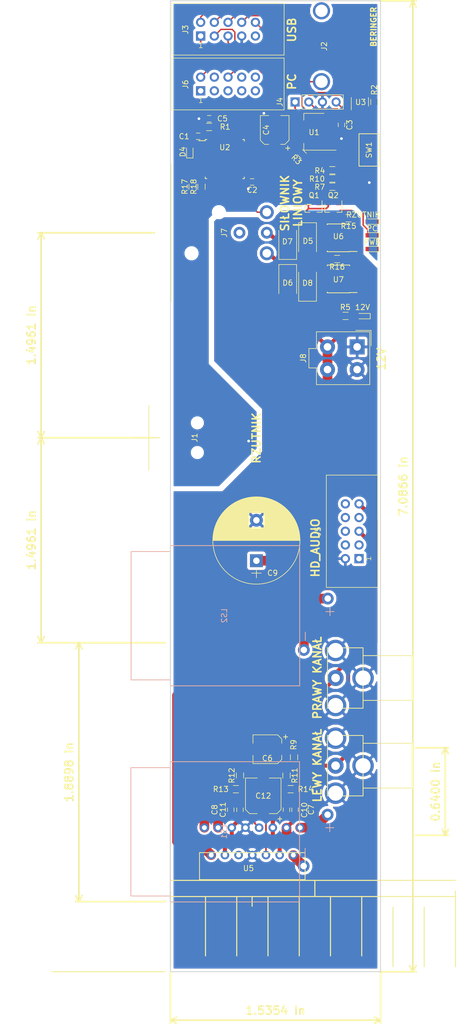
<source format=kicad_pcb>
(kicad_pcb (version 20171130) (host pcbnew "(5.0.0-rc2-dev-311-g1dd4af297)")
  (title_block (title resetUSB) (date 2018-02-14) (rev 1.0) (comment 1 "Projektant: Marek Piotrowski"))
  (layers (0 F.Cu signal) (31 B.Cu signal) (34 B.Paste user) (35 F.Paste user) (36 B.SilkS user) (37 F.SilkS user) (38 B.Mask user) (39 F.Mask user) (44 Edge.Cuts user))
  (net 0 "")
  (net 1 GND)
  (net 2 +5V)
  (net 3 +3V3)
  (net 4 +12V)
  (net 5 "Net-(D1-Pad2)")
  (net 6 "Net-(D2-Pad2)")
  (net 7 "Net-(D6-Pad2)")
  (net 8 /SWDIO)
  (net 9 /USB_P)
  (net 10 /USB_M)
  (net 11 "Net-(Q1-Pad1)")
  (net 12 "Net-(Q1-Pad3)")
  (net 13 "Net-(Q2-Pad3)")
  (net 14 "Net-(Q2-Pad1)")
  (net 15 /USB_PWR)
  (net 16 /SWCLK)
  (net 17 /M_IMP)
  (net 18 /RZUTNIK_VBUS)
  (net 19 /RZUTNIK_DP)
  (net 20 /RZUTNIK_DM)
  (net 21 /PC_PWR)
  (net 22 /PC_LED)
  (net 23 /M_IN1)
  (net 24 /M_IN2)
  (net 25 /LED_RED)
  (net 26 /LED_GREEN)
  (net 27 /LED_BLUE)
  (net 28 /PRZYCISK)
  (net 29 GNDA)
  (net 30 "Net-(C10-Pad2)")
  (net 31 "Net-(C10-Pad1)")
  (net 32 "Net-(LS1-Pad2)")
  (net 33 "Net-(LS1-Pad1)")
  (net 34 "Net-(LS2-Pad1)")
  (net 35 "Net-(LS2-Pad2)")
  (net 36 "Net-(C12-Pad1)")
  (net 37 "Net-(C5-Pad1)")
  (net 38 "Net-(C6-Pad1)")
  (net 39 "Net-(C11-Pad2)")
  (net 40 "Net-(C11-Pad1)")
  (net 41 "Net-(D3-Pad2)")
  (net 42 "Net-(D4-Pad1)")
  (net 43 "Net-(D5-Pad2)")
  (net 44 "Net-(J2-Pad5)")
  (net 45 "Net-(J2-Pad3)")
  (net 46 "Net-(J2-Pad4)")
  (net 47 "Net-(J2-Pad2)")
  (net 48 "Net-(J2-Pad1)")
  (net 49 "Net-(J3-Pad2)")
  (net 50 /OUT2_R)
  (net 51 /OUT2_L)
  (net 52 "Net-(D9-Pad2)")
  (module Diodes_SMD:D_SMA (layer F.Cu) (at 133.813 90.4782 90)
    (fp_text reference D7 (at -0.0948 -0.0585 180) (layer F.SilkS))
    (fp_text value US1D)
    (pad 2 smd rect (at 2 0 90) (size 2.5 1.8) (layers F.Cu F.Paste F.Mask) (net 29 GNDA))
    (pad 1 smd rect (at -2 0 90) (size 2.5 1.8) (layers F.Cu F.Paste F.Mask) (net 43 "Net-(D5-Pad2)"))
  )
  (module Diodes_SMD:D_SMA (layer F.Cu) (at 137.496 90.4782 270)
    (fp_text reference D5 (at 0 -0.0685) (layer F.SilkS))
    (fp_text value US1D)
    (pad 1 smd rect (at -2 0 270) (size 2.5 1.8) (layers F.Cu F.Paste F.Mask) (net 4 +12V))
    (pad 2 smd rect (at 2 0 270) (size 2.5 1.8) (layers F.Cu F.Paste F.Mask) (net 43 "Net-(D5-Pad2)"))
  )
  (module Diodes_SMD:D_SMA (layer F.Cu) (at 133.813 98.2252 270)
    (fp_text reference D8 (at 0.0313 -3.688) (layer F.SilkS))
    (fp_text value US1D)
    (pad 2 smd rect (at 2 0 270) (size 2.5 1.8) (layers F.Cu F.Paste F.Mask) (net 29 GNDA))
    (pad 1 smd rect (at -2 0 270) (size 2.5 1.8) (layers F.Cu F.Paste F.Mask) (net 7 "Net-(D6-Pad2)"))
  )
  (module TO_SOT_Packages_SMD:SOT-23 (layer F.Cu) (at 138.6035 84.384 270)
    (fp_text reference Q1 (at -2.3835 -0.104) (layer F.SilkS))
    (fp_text value BC817)
    (pad 3 smd rect (at 1 0 270) (size 0.9 0.8) (layers F.Cu F.Paste F.Mask) (net 12 "Net-(Q1-Pad3)"))
    (pad 2 smd rect (at -1 0.95 270) (size 0.9 0.8) (layers F.Cu F.Paste F.Mask) (net 29 GNDA))
    (pad 1 smd rect (at -1 -0.95 270) (size 0.9 0.8) (layers F.Cu F.Paste F.Mask) (net 11 "Net-(Q1-Pad1)"))
  )
  (module TO_SOT_Packages_SMD:SOT-23 (layer F.Cu) (at 142.2865 84.384 270)
    (fp_text reference Q2 (at -2.3835 0.023) (layer F.SilkS))
    (fp_text value BC817)
    (pad 3 smd rect (at 1 0 270) (size 0.9 0.8) (layers F.Cu F.Paste F.Mask) (net 13 "Net-(Q2-Pad3)"))
    (pad 2 smd rect (at -1 0.95 270) (size 0.9 0.8) (layers F.Cu F.Paste F.Mask) (net 29 GNDA))
    (pad 1 smd rect (at -1 -0.95 270) (size 0.9 0.8) (layers F.Cu F.Paste F.Mask) (net 14 "Net-(Q2-Pad1)"))
  )
  (module Diodes_SMD:D_SMA (layer F.Cu) (at 137.496 98.2252 90)
    (fp_text reference D6 (at 0 -3.678 180) (layer F.SilkS))
    (fp_text value US1D)
    (pad 1 smd rect (at -2 0 90) (size 2.5 1.8) (layers F.Cu F.Paste F.Mask) (net 4 +12V))
    (pad 2 smd rect (at 2 0 90) (size 2.5 1.8) (layers F.Cu F.Paste F.Mask) (net 7 "Net-(D6-Pad2)"))
  )
  (module mpio:SOIC-8_3.9x4.9mm_Pitch1.27mm (layer F.Cu) (at 143.2237 89.8766 180)
    (fp_text reference U6 (at 0 0.2621 180) (layer F.SilkS))
    (fp_text value AO4616)
    (pad 1 smd rect (at -2.7 -1.905 180) (size 1.55 0.6) (layers F.Cu F.Paste F.Mask) (net 29 GNDA))
    (pad 2 smd rect (at -2.7 -0.635 180) (size 1.55 0.6) (layers F.Cu F.Paste F.Mask) (net 12 "Net-(Q1-Pad3)"))
    (pad 3 smd rect (at -2.7 0.635 180) (size 1.55 0.6) (layers F.Cu F.Paste F.Mask) (net 4 +12V))
    (pad 4 smd rect (at -2.7 1.905 180) (size 1.55 0.6) (layers F.Cu F.Paste F.Mask) (net 12 "Net-(Q1-Pad3)"))
    (pad 5 smd rect (at 2.7 1.905 180) (size 1.55 0.6) (layers F.Cu F.Paste F.Mask) (net 43 "Net-(D5-Pad2)"))
    (pad 6 smd rect (at 2.7 0.635 180) (size 1.55 0.6) (layers F.Cu F.Paste F.Mask) (net 43 "Net-(D5-Pad2)"))
    (pad 7 smd rect (at 2.7 -0.635 180) (size 1.55 0.6) (layers F.Cu F.Paste F.Mask) (net 43 "Net-(D5-Pad2)"))
    (pad 8 smd rect (at 2.7 -1.905 180) (size 1.55 0.6) (layers F.Cu F.Paste F.Mask) (net 43 "Net-(D5-Pad2)"))
  )
  (module mpio:SOIC-8_3.9x4.9mm_Pitch1.27mm (layer F.Cu) (at 143.2237 97.4966 180)
    (fp_text reference U7 (at 0 -0.1179 180) (layer F.SilkS))
    (fp_text value AO4616)
    (pad 1 smd rect (at -2.7 -1.905 180) (size 1.55 0.6) (layers F.Cu F.Paste F.Mask) (net 29 GNDA))
    (pad 2 smd rect (at -2.7 -0.635 180) (size 1.55 0.6) (layers F.Cu F.Paste F.Mask) (net 13 "Net-(Q2-Pad3)"))
    (pad 3 smd rect (at -2.7 0.635 180) (size 1.55 0.6) (layers F.Cu F.Paste F.Mask) (net 4 +12V))
    (pad 4 smd rect (at -2.7 1.905 180) (size 1.55 0.6) (layers F.Cu F.Paste F.Mask) (net 13 "Net-(Q2-Pad3)"))
    (pad 5 smd rect (at 2.7 1.905 180) (size 1.55 0.6) (layers F.Cu F.Paste F.Mask) (net 7 "Net-(D6-Pad2)"))
    (pad 6 smd rect (at 2.7 0.635 180) (size 1.55 0.6) (layers F.Cu F.Paste F.Mask) (net 7 "Net-(D6-Pad2)"))
    (pad 7 smd rect (at 2.7 -0.635 180) (size 1.55 0.6) (layers F.Cu F.Paste F.Mask) (net 7 "Net-(D6-Pad2)"))
    (pad 8 smd rect (at 2.7 -1.905 180) (size 1.55 0.6) (layers F.Cu F.Paste F.Mask) (net 7 "Net-(D6-Pad2)"))
  )
  (module Resistors_SMD:R_0603 (layer F.Cu) (at 142.986 93.8115 180)
    (fp_text reference R16 (at 0 -1.45 180) (layer F.SilkS))
    (fp_text value 10K)
    (pad 1 smd rect (at -0.75 0 180) (size 0.5 0.9) (layers F.Cu F.Paste F.Mask) (net 13 "Net-(Q2-Pad3)"))
    (pad 2 smd rect (at 0.75 0 180) (size 0.5 0.9) (layers F.Cu F.Paste F.Mask) (net 4 +12V))
  )
  (module Resistors_SMD:R_0603 (layer F.Cu) (at 145.1083 86.2423 180)
    (fp_text reference R15 (at 0 -1.45 180) (layer F.SilkS))
    (fp_text value 10K)
    (pad 2 smd rect (at 0.75 0 180) (size 0.5 0.9) (layers F.Cu F.Paste F.Mask) (net 4 +12V))
    (pad 1 smd rect (at -0.75 0 180) (size 0.5 0.9) (layers F.Cu F.Paste F.Mask) (net 12 "Net-(Q1-Pad3)"))
  )
  (module mpio:IDC10 (layer F.Cu) (at 147.05 149.357 90)
    (fp_text reference J5 (at 5.08 -7.62 90) (layer F.SilkS))
    (fp_text value Conn_02x05)
    (fp_text user 1 (at 0.02 1.72 90) (layer F.SilkS) (effects (font (thickness 0.12))))
    (pad 1 thru_hole rect (at 0 0 90) (size 1.7272 1.7272) (drill 1.016) (layers *.Cu *.Mask))
    (pad 2 thru_hole oval (at 0 -2.54 90) (size 1.7272 1.7272) (drill 1.016) (layers *.Cu *.Mask) (net 29 GNDA))
    (pad 3 thru_hole oval (at 2.54 0 90) (size 1.7272 1.7272) (drill 1.016) (layers *.Cu *.Mask))
    (pad 4 thru_hole oval (at 2.54 -2.54 90) (size 1.7272 1.7272) (drill 1.016) (layers *.Cu *.Mask))
    (pad 5 thru_hole oval (at 5.08 0 90) (size 1.7272 1.7272) (drill 1.016) (layers *.Cu *.Mask) (net 50 /OUT2_R))
    (pad 6 thru_hole oval (at 5.08 -2.54 90) (size 1.7272 1.7272) (drill 1.016) (layers *.Cu *.Mask))
    (pad 7 thru_hole oval (at 7.62 0 90) (size 1.7272 1.7272) (drill 1.016) (layers *.Cu *.Mask))
    (pad 8 thru_hole oval (at 7.62 -2.54 90) (size 1.7272 1.7272) (drill 1.016) (layers *.Cu *.Mask))
    (pad 9 thru_hole oval (at 10.16 0 90) (size 1.7272 1.7272) (drill 1.016) (layers *.Cu *.Mask) (net 51 /OUT2_L))
    (pad 10 thru_hole oval (at 10.16 -2.54 90) (size 1.7272 1.7272) (drill 1.016) (layers *.Cu *.Mask))
  )
  (module Capacitors_SMD:C_0603 (layer F.Cu) (at 123.2365 195.9085 90)
    (fp_text reference C8 (at 0 -2.9835 90) (layer F.SilkS))
    (fp_text value 100n)
    (pad 2 smd rect (at 0.75 0 90) (size 0.8 0.75) (layers F.Cu F.Paste F.Mask) (net 29 GNDA))
    (pad 1 smd rect (at -0.75 0 90) (size 0.8 0.75) (layers F.Cu F.Paste F.Mask) (net 4 +12V))
  )
  (module mpio:NLJ2MD-H (layer B.Cu) (at 112.0375 159.9325 90)
    (fp_text reference LS2 (at 0 10 90) (layer B.SilkS) (effects (justify mirror)))
    (fp_text value NLJ2MD-H)
    (fp_text user - (at -3.81 24.892 90) (layer B.SilkS) (effects (font (size 2 2)) (justify mirror)))
    (fp_text user + (at 0.762 29.464 90) (layer B.SilkS) (effects (font (size 2 2)) (justify mirror)))
    (pad 1 thru_hole circle (at 3.18 29.21 90) (size 2.2 2.2) (drill 1.2) (layers *.Cu *.Mask) (net 34 "Net-(LS2-Pad1)"))
    (pad 2 thru_hole circle (at -6.35 24.77 90) (size 2.2 2.2) (drill 1.2) (layers *.Cu *.Mask) (net 35 "Net-(LS2-Pad2)"))
  )
  (module mpio:FC68391 (layer F.Cu) (at 147.796 187.738 90)
    (fp_text reference J9 (at 0 0.5 90) (layer F.SilkS))
    (fp_text value FC68391)
    (pad 2 thru_hole circle (at 5.1 -5.1 90) (size 4 4) (drill 2.8) (layers *.Cu *.Mask) (net 29 GNDA))
    (pad 2 thru_hole circle (at -5.1 -5.1 90) (size 4 4) (drill 2.8) (layers *.Cu *.Mask) (net 29 GNDA))
    (pad 1 thru_hole circle (at 0 -5.1 90) (size 3 3) (drill 1.6) (layers *.Cu *.Mask) (net 51 /OUT2_L))
    (pad 2 thru_hole circle (at 0 0 90) (size 4 4) (drill 2.8) (layers *.Cu *.Mask) (net 29 GNDA))
  )
  (module LEDs:LED_0603 (layer F.Cu) (at 147.828 104.394 180)
    (fp_text reference D9 hide)
    (fp_text value RED)
    (pad 2 smd rect (at 0.8 0) (size 0.8 0.8) (layers F.Cu F.Paste F.Mask) (net 52 "Net-(D9-Pad2)"))
    (pad 1 smd rect (at -0.8 0) (size 0.8 0.8) (layers F.Cu F.Paste F.Mask) (net 29 GNDA))
  )
  (module Resistors_SMD:R_0603 (layer F.Cu) (at 144.5495 104.3525)
    (fp_text reference R5 (at -0.0395 -1.6045) (layer F.SilkS))
    (fp_text value 100K)
    (pad 1 smd rect (at -0.75 0) (size 0.5 0.9) (layers F.Cu F.Paste F.Mask) (net 4 +12V))
    (pad 2 smd rect (at 0.75 0) (size 0.5 0.9) (layers F.Cu F.Paste F.Mask) (net 52 "Net-(D9-Pad2)"))
  )
  (module mpio:Molex_MiniFit-JR-5556-04A_2x02x4.20mm_Straight (layer F.Cu) (at 146.6955 110.0935 270)
    (fp_text reference J8 (at 2.1 10 270) (layer F.SilkS))
    (fp_text value "Mini-Fit Jr; 4,2mm")
    (pad 1 thru_hole rect (at 0 0 270) (size 2.8 2.8) (drill 1.4) (layers *.Cu *.Mask) (net 29 GNDA))
    (pad 2 thru_hole circle (at 4.2 0 270) (size 2.8 2.8) (drill 1.4) (layers *.Cu *.Mask) (net 29 GNDA))
    (pad 3 thru_hole circle (at 0 5.5 270) (size 2.8 2.8) (drill 1.4) (layers *.Cu *.Mask) (net 4 +12V))
    (pad 4 thru_hole circle (at 4.2 5.5 270) (size 2.8 2.8) (drill 1.4) (layers *.Cu *.Mask) (net 4 +12V))
  )
  (module mpio:FC68391 (layer F.Cu) (at 147.796 171.482 90)
    (fp_text reference J10 (at 0 0.5 90) (layer F.SilkS))
    (fp_text value FC68391)
    (pad 2 thru_hole circle (at 5.1 -5.1 90) (size 4 4) (drill 2.8) (layers *.Cu *.Mask) (net 29 GNDA))
    (pad 2 thru_hole circle (at -5.1 -5.1 90) (size 4 4) (drill 2.8) (layers *.Cu *.Mask) (net 29 GNDA))
    (pad 1 thru_hole circle (at 0 -5.1 90) (size 3 3) (drill 1.6) (layers *.Cu *.Mask) (net 50 /OUT2_R))
    (pad 2 thru_hole circle (at 0 0 90) (size 4 4) (drill 2.8) (layers *.Cu *.Mask) (net 29 GNDA))
  )
  (module Resistors_SMD:R_0603 (layer F.Cu) (at 133.5845 189.5585 270)
    (fp_text reference R11 (at -0.006 -1.5275 270) (layer F.SilkS))
    (fp_text value 4K7)
    (pad 1 smd rect (at -0.75 0 270) (size 0.5 0.9) (layers F.Cu F.Paste F.Mask) (net 51 /OUT2_L))
    (pad 2 smd rect (at 0.75 0 270) (size 0.5 0.9) (layers F.Cu F.Paste F.Mask) (net 31 "Net-(C10-Pad1)"))
  )
  (module Capacitors_SMD:C_0603 (layer F.Cu) (at 124.952 195.9085 270)
    (fp_text reference C11 (at 0 3.1715 270) (layer F.SilkS))
    (fp_text value 0.47u)
    (pad 2 smd rect (at 0.75 0 270) (size 0.8 0.75) (layers F.Cu F.Paste F.Mask) (net 39 "Net-(C11-Pad2)"))
    (pad 1 smd rect (at -0.75 0 270) (size 0.8 0.75) (layers F.Cu F.Paste F.Mask) (net 40 "Net-(C11-Pad1)"))
  )
  (module Capacitors_SMD:C_0603 (layer F.Cu) (at 133.5845 195.8965 270)
    (fp_text reference C10 (at 0.0695 -3.3055 270) (layer F.SilkS))
    (fp_text value 0.47u)
    (pad 1 smd rect (at -0.75 0 270) (size 0.8 0.75) (layers F.Cu F.Paste F.Mask) (net 31 "Net-(C10-Pad1)"))
    (pad 2 smd rect (at 0.75 0 270) (size 0.8 0.75) (layers F.Cu F.Paste F.Mask) (net 30 "Net-(C10-Pad2)"))
  )
  (module Resistors_SMD:R_0603 (layer F.Cu) (at 142.097 78.872 180)
    (fp_text reference R10 (at 2.8448 -0.0762 180) (layer F.SilkS))
    (fp_text value 33K)
    (pad 1 smd rect (at -0.75 0 180) (size 0.5 0.9) (layers F.Cu F.Paste F.Mask) (net 41 "Net-(D3-Pad2)"))
    (pad 2 smd rect (at 0.75 0 180) (size 0.5 0.9) (layers F.Cu F.Paste F.Mask) (net 27 /LED_BLUE))
  )
  (module mpio:AC3MAH-AU-PRE (layer F.Cu) (at 121.0375 88.9325 90)
    (fp_text reference J7 (at 0 1 90) (layer F.SilkS))
    (fp_text value AC3MAH-AU-PRE)
    (pad "" np_thru_hole circle (at -3.81 -5.08 90) (size 1.6 1.6) (drill 1.6) (layers *.Cu *.Mask))
    (pad "" np_thru_hole circle (at 3.81 0 90) (size 1.6 1.6) (drill 1.6) (layers *.Cu *.Mask))
    (pad 4 thru_hole circle (at 0 3.81 90) (size 2.2 2.2) (drill 1.2) (layers *.Cu *.Mask))
    (pad 3 thru_hole circle (at 0 8.89 90) (size 2.2 2.2) (drill 1.2) (layers *.Cu *.Mask) (net 43 "Net-(D5-Pad2)"))
    (pad 2 thru_hole circle (at -3.81 8.89 90) (size 2.6 2.6) (drill 1.6) (layers *.Cu *.Mask) (net 7 "Net-(D6-Pad2)"))
    (pad 1 thru_hole circle (at 3.81 8.89 90) (size 2.6 2.6) (drill 1.6) (layers *.Cu *.Mask) (net 42 "Net-(D4-Pad1)"))
  )
  (module Housings_QFP:LQFP-32_7x7mm_Pitch0.8mm (layer F.Cu) (at 122.130272 75.273643)
    (fp_text reference U2 (at 0 -2.163143) (layer F.SilkS))
    (fp_text value STM32F042K6Tx)
    (pad 1 smd rect (at -4.25 -2.8) (size 1.2 0.6) (layers F.Cu F.Paste F.Mask) (net 3 +3V3))
    (pad 2 smd rect (at -4.25 -2) (size 1.2 0.6) (layers F.Cu F.Paste F.Mask) (net 17 /M_IMP))
    (pad 3 smd rect (at -4.25 -1.2) (size 1.2 0.6) (layers F.Cu F.Paste F.Mask))
    (pad 4 smd rect (at -4.25 -0.4) (size 1.2 0.6) (layers F.Cu F.Paste F.Mask))
    (pad 5 smd rect (at -4.25 0.4) (size 1.2 0.6) (layers F.Cu F.Paste F.Mask) (net 3 +3V3))
    (pad 6 smd rect (at -4.25 1.2) (size 1.2 0.6) (layers F.Cu F.Paste F.Mask) (net 23 /M_IN1))
    (pad 7 smd rect (at -4.25 2) (size 1.2 0.6) (layers F.Cu F.Paste F.Mask) (net 24 /M_IN2))
    (pad 8 smd rect (at -4.25 2.8) (size 1.2 0.6) (layers F.Cu F.Paste F.Mask))
    (pad 9 smd rect (at -2.8 4.25 90) (size 1.2 0.6) (layers F.Cu F.Paste F.Mask) (net 26 /LED_GREEN))
    (pad 10 smd rect (at -2 4.25 90) (size 1.2 0.6) (layers F.Cu F.Paste F.Mask) (net 27 /LED_BLUE))
    (pad 11 smd rect (at -1.2 4.25 90) (size 1.2 0.6) (layers F.Cu F.Paste F.Mask) (net 25 /LED_RED))
    (pad 12 smd rect (at -0.4 4.25 90) (size 1.2 0.6) (layers F.Cu F.Paste F.Mask))
    (pad 13 smd rect (at 0.4 4.25 90) (size 1.2 0.6) (layers F.Cu F.Paste F.Mask))
    (pad 14 smd rect (at 1.2 4.25 90) (size 1.2 0.6) (layers F.Cu F.Paste F.Mask))
    (pad 15 smd rect (at 2 4.25 90) (size 1.2 0.6) (layers F.Cu F.Paste F.Mask))
    (pad 16 smd rect (at 2.8 4.25 90) (size 1.2 0.6) (layers F.Cu F.Paste F.Mask) (net 1 GND))
    (pad 17 smd rect (at 4.25 2.8) (size 1.2 0.6) (layers F.Cu F.Paste F.Mask) (net 3 +3V3))
    (pad 18 smd rect (at 4.25 2) (size 1.2 0.6) (layers F.Cu F.Paste F.Mask))
    (pad 19 smd rect (at 4.25 1.2) (size 1.2 0.6) (layers F.Cu F.Paste F.Mask) (net 28 /PRZYCISK))
    (pad 20 smd rect (at 4.25 0.4) (size 1.2 0.6) (layers F.Cu F.Paste F.Mask) (net 15 /USB_PWR))
    (pad 21 smd rect (at 4.25 -0.4) (size 1.2 0.6) (layers F.Cu F.Paste F.Mask) (net 10 /USB_M))
    (pad 22 smd rect (at 4.25 -1.2) (size 1.2 0.6) (layers F.Cu F.Paste F.Mask) (net 9 /USB_P))
    (pad 23 smd rect (at 4.25 -2) (size 1.2 0.6) (layers F.Cu F.Paste F.Mask) (net 8 /SWDIO))
    (pad 24 smd rect (at 4.25 -2.8) (size 1.2 0.6) (layers F.Cu F.Paste F.Mask) (net 16 /SWCLK))
    (pad 25 smd rect (at 2.8 -4.25 90) (size 1.2 0.6) (layers F.Cu F.Paste F.Mask) (net 22 /PC_LED))
    (pad 26 smd rect (at 2 -4.25 90) (size 1.2 0.6) (layers F.Cu F.Paste F.Mask) (net 21 /PC_PWR))
    (pad 27 smd rect (at 1.2 -4.25 90) (size 1.2 0.6) (layers F.Cu F.Paste F.Mask))
    (pad 28 smd rect (at 0.4 -4.25 90) (size 1.2 0.6) (layers F.Cu F.Paste F.Mask) (net 19 /RZUTNIK_DP))
    (pad 29 smd rect (at -0.4 -4.25 90) (size 1.2 0.6) (layers F.Cu F.Paste F.Mask) (net 20 /RZUTNIK_DM))
    (pad 30 smd rect (at -1.2 -4.25 90) (size 1.2 0.6) (layers F.Cu F.Paste F.Mask) (net 18 /RZUTNIK_VBUS))
    (pad 31 smd rect (at -2 -4.25 90) (size 1.2 0.6) (layers F.Cu F.Paste F.Mask) (net 37 "Net-(C5-Pad1)"))
    (pad 32 smd rect (at -2.8 -4.25 90) (size 1.2 0.6) (layers F.Cu F.Paste F.Mask) (net 1 GND))
  )
  (module Resistors_SMD:R_0603 (layer F.Cu) (at 124.9485 189.5585 270)
    (fp_text reference R12 (at 0 1.524 270) (layer F.SilkS))
    (fp_text value 4K7)
    (pad 2 smd rect (at 0.75 0 270) (size 0.5 0.9) (layers F.Cu F.Paste F.Mask) (net 40 "Net-(C11-Pad1)"))
    (pad 1 smd rect (at -0.75 0 270) (size 0.5 0.9) (layers F.Cu F.Paste F.Mask) (net 50 /OUT2_R))
  )
  (module Resistors_SMD:R_0603 (layer F.Cu) (at 119.225376 69.325202)
    (fp_text reference R1 (at 2.972124 -0.024702) (layer F.SilkS))
    (fp_text value 100K)
    (pad 2 smd rect (at 0.75 0) (size 0.5 0.9) (layers F.Cu F.Paste F.Mask) (net 37 "Net-(C5-Pad1)"))
    (pad 1 smd rect (at -0.75 0) (size 0.5 0.9) (layers F.Cu F.Paste F.Mask) (net 1 GND))
  )
  (module Capacitors_SMD:C_0603 (layer F.Cu) (at 117.191131 71.052923)
    (fp_text reference C1 (at -2.613631 0.025577) (layer F.SilkS))
    (fp_text value 100n)
    (pad 1 smd rect (at -0.75 0) (size 0.8 0.75) (layers F.Cu F.Paste F.Mask) (net 3 +3V3))
    (pad 2 smd rect (at 0.75 0) (size 0.8 0.75) (layers F.Cu F.Paste F.Mask) (net 1 GND))
  )
  (module Capacitors_SMD:C_0603 (layer F.Cu) (at 119.237376 67.801202 180)
    (fp_text reference C5 (at -2.452124 0.024702 180) (layer F.SilkS))
    (fp_text value 100n)
    (pad 1 smd rect (at -0.75 0 180) (size 0.8 0.75) (layers F.Cu F.Paste F.Mask) (net 37 "Net-(C5-Pad1)"))
    (pad 2 smd rect (at 0.75 0 180) (size 0.8 0.75) (layers F.Cu F.Paste F.Mask) (net 1 GND))
  )
  (module mpio:USB-A_SMD (layer F.Cu) (at 140.081 54.356 90)
    (fp_text reference J2 (at 0 0.5 90) (layer F.SilkS))
    (fp_text value TUEA4F2SOBHT)
    (pad 5 thru_hole circle (at -6.57 0 90) (size 3.2 3.2) (drill 2.3) (layers *.Cu *.Mask) (net 44 "Net-(J2-Pad5)"))
    (pad 5 thru_hole circle (at 6.57 0 90) (size 3.2 3.2) (drill 2.3) (layers *.Cu *.Mask) (net 44 "Net-(J2-Pad5)"))
    (pad 3 smd rect (at 1 -4.21 90) (size 1 3) (layers F.Cu F.Paste F.Mask) (net 45 "Net-(J2-Pad3)"))
    (pad 4 smd rect (at 3.5 -4.21 90) (size 1 3) (layers F.Cu F.Paste F.Mask) (net 46 "Net-(J2-Pad4)"))
    (pad 2 smd rect (at -1 -4.21 90) (size 1 3) (layers F.Cu F.Paste F.Mask) (net 47 "Net-(J2-Pad2)"))
    (pad 1 smd rect (at -3.5 -4.21 90) (size 1 3) (layers F.Cu F.Paste F.Mask) (net 48 "Net-(J2-Pad1)"))
  )
  (module Capacitors_THT:CP_Radial_D16.0mm_P7.50mm (layer F.Cu) (at 128 149.738 90)
    (fp_text reference C9 (at -2.28 3 -180) (layer F.SilkS))
    (fp_text value 4700u)
    (pad 1 thru_hole rect (at 0 0 90) (size 2.4 2.4) (drill 1.2) (layers *.Cu *.Mask) (net 4 +12V))
    (pad 2 thru_hole circle (at 7.5 0 90) (size 2.4 2.4) (drill 1.2) (layers *.Cu *.Mask) (net 29 GNDA))
  )
  (module mpio:NLJ2MD-H (layer B.Cu) (at 112 200 90)
    (fp_text reference LS1 (at 0 10 90) (layer B.SilkS) (effects (justify mirror)))
    (fp_text value NLJ2MD-H)
    (fp_text user + (at 0.762 29.464 90) (layer B.SilkS) (effects (font (size 2 2)) (justify mirror)))
    (fp_text user - (at -3.81 24.892 90) (layer B.SilkS) (effects (font (size 2 2)) (justify mirror)))
    (pad 2 thru_hole circle (at -6.35 24.77 90) (size 2.2 2.2) (drill 1.2) (layers *.Cu *.Mask) (net 32 "Net-(LS1-Pad2)"))
    (pad 1 thru_hole circle (at 3.18 29.21 90) (size 2.2 2.2) (drill 1.2) (layers *.Cu *.Mask) (net 33 "Net-(LS1-Pad1)"))
  )
  (module Capacitors_SMD:C_0603 (layer F.Cu) (at 143.786359 68.940041 270)
    (fp_text reference C3 (at 0 -1.5 270) (layer F.SilkS))
    (fp_text value 100n)
    (pad 1 smd rect (at -0.75 0 270) (size 0.8 0.75) (layers F.Cu F.Paste F.Mask) (net 2 +5V))
    (pad 2 smd rect (at 0.75 0 270) (size 0.8 0.75) (layers F.Cu F.Paste F.Mask) (net 1 GND))
  )
  (module Capacitors_SMD:CP_Elec_5x5.3 (layer F.Cu) (at 131.4183 69.8751 90)
    (fp_text reference C4 (at 0 -1.6008 90) (layer F.SilkS))
    (fp_text value 10u)
    (fp_text user + (at -3.38 2.34 90) (layer F.SilkS))
    (pad 2 smd rect (at 2.2 0 270) (size 3 1.6) (layers F.Cu F.Paste F.Mask) (net 1 GND))
    (pad 1 smd rect (at -2.2 0 270) (size 3 1.6) (layers F.Cu F.Paste F.Mask) (net 3 +3V3))
  )
  (module TO_SOT_Packages_SMD:SOT-223-3_TabPin2 (layer F.Cu) (at 138.706359 70.210041 180)
    (fp_text reference U1 (at 0 -0.106459 180) (layer F.SilkS))
    (fp_text value LD1117S33TR)
    (pad 1 smd rect (at -3.15 -2.3 180) (size 2 1.5) (layers F.Cu F.Paste F.Mask) (net 1 GND))
    (pad 3 smd rect (at -3.15 2.3 180) (size 2 1.5) (layers F.Cu F.Paste F.Mask) (net 2 +5V))
    (pad 2 smd rect (at -3.15 0 180) (size 2 1.5) (layers F.Cu F.Paste F.Mask) (net 3 +3V3))
    (pad 2 smd rect (at 3.15 0 180) (size 2 3.8) (layers F.Cu F.Paste F.Mask) (net 3 +3V3))
  )
  (module mpio:SW_3x6_1,6x7,4 (layer F.Cu) (at 148.8935 73.5835 90)
    (fp_text reference SW1 (at 0 0 90) (layer F.SilkS))
    (fp_text value "TACTM-34N-F " hide)
    (pad 2 smd rect (at 3.7 0 90) (size 2.18 1.6) (layers F.Cu F.Paste F.Mask) (net 28 /PRZYCISK))
    (pad 1 smd rect (at -3.7 0 90) (size 2.18 1.6) (layers F.Cu F.Paste F.Mask) (net 1 GND))
  )
  (module Capacitors_SMD:C_0603 (layer F.Cu) (at 127.210127 79.513456 180)
    (fp_text reference C2 (at 0 -1.5 180) (layer F.SilkS))
    (fp_text value 100n)
    (pad 1 smd rect (at -0.75 0 180) (size 0.8 0.75) (layers F.Cu F.Paste F.Mask) (net 3 +3V3))
    (pad 2 smd rect (at 0.75 0 180) (size 0.8 0.75) (layers F.Cu F.Paste F.Mask) (net 1 GND))
  )
  (module Resistors_SMD:R_0603 (layer F.Cu) (at 136.4475 74.3455 135)
    (fp_text reference R3 (at 0 -1.45 135) (layer F.SilkS))
    (fp_text value 100K)
    (pad 2 smd rect (at 0.75 0 135) (size 0.5 0.9) (layers F.Cu F.Paste F.Mask) (net 3 +3V3))
    (pad 1 smd rect (at -0.75 0 135) (size 0.5 0.9) (layers F.Cu F.Paste F.Mask) (net 8 /SWDIO))
  )
  (module Resistors_SMD:R_0603 (layer F.Cu) (at 124.1865 192.0985 180)
    (fp_text reference R13 (at 2.794 0 180) (layer F.SilkS))
    (fp_text value 10K)
    (pad 2 smd rect (at 0.75 0 180) (size 0.5 0.9) (layers F.Cu F.Paste F.Mask) (net 29 GNDA))
    (pad 1 smd rect (at -0.75 0 180) (size 0.5 0.9) (layers F.Cu F.Paste F.Mask) (net 40 "Net-(C11-Pad1)"))
  )
  (module Diodes_SMD:D_SOD-523 (layer F.Cu) (at 115.6335 73.9235 90)
    (fp_text reference D4 (at 0 -1.3 90) (layer F.SilkS))
    (fp_text value 1PS79SB70)
    (pad 1 smd rect (at -0.7 0 270) (size 0.6 0.7) (layers F.Cu F.Paste F.Mask) (net 42 "Net-(D4-Pad1)"))
    (pad 2 smd rect (at 0.7 0 270) (size 0.6 0.7) (layers F.Cu F.Paste F.Mask) (net 17 /M_IMP))
  )
  (module LEDs:LED_0603 (layer F.Cu) (at 149.463 91.953 180)
    (fp_text reference D1 hide)
    (fp_text value RED)
    (pad 1 smd rect (at -0.8 0) (size 0.8 0.8) (layers F.Cu F.Paste F.Mask) (net 1 GND))
    (pad 2 smd rect (at 0.8 0) (size 0.8 0.8) (layers F.Cu F.Paste F.Mask) (net 5 "Net-(D1-Pad2)"))
  )
  (module LEDs:LED_0603 (layer F.Cu) (at 149.463 89.413 180)
    (fp_text reference D2 hide)
    (fp_text value GREEN)
    (pad 1 smd rect (at -0.8 0) (size 0.8 0.8) (layers F.Cu F.Paste F.Mask) (net 1 GND))
    (pad 2 smd rect (at 0.8 0) (size 0.8 0.8) (layers F.Cu F.Paste F.Mask) (net 6 "Net-(D2-Pad2)"))
  )
  (module LEDs:LED_0603 (layer F.Cu) (at 149.463 86.873 180)
    (fp_text reference D3 hide)
    (fp_text value BLUE)
    (pad 1 smd rect (at -0.8 0) (size 0.8 0.8) (layers F.Cu F.Paste F.Mask) (net 1 GND))
    (pad 2 smd rect (at 0.8 0) (size 0.8 0.8) (layers F.Cu F.Paste F.Mask) (net 41 "Net-(D3-Pad2)"))
  )
  (module mpio:USB-B_SMD (layer F.Cu) (at 117.0375 126.9325 270)
    (fp_text reference J1 (at 0 0.5 270) (layer F.SilkS))
    (fp_text value USBB-G-SMD)
    (pad 1 smd rect (at 1.875 -7 270) (size 0.7 3) (layers F.Cu F.Paste F.Mask) (net 18 /RZUTNIK_VBUS))
    (pad 3 smd rect (at -1.875 -7 270) (size 0.7 3) (layers F.Cu F.Paste F.Mask) (net 19 /RZUTNIK_DP))
    (pad 4 smd rect (at 0.625 -7 270) (size 0.7 3) (layers F.Cu F.Paste F.Mask) (net 1 GND))
    (pad 2 smd rect (at -0.625 -7 270) (size 0.7 3) (layers F.Cu F.Paste F.Mask) (net 20 /RZUTNIK_DM))
    (pad 5 smd rect (at 6.8 0 270) (size 3.4 6.04) (drill (offset 0 -0.58)) (layers F.Cu F.Paste F.Mask) (net 1 GND))
    (pad 5 smd rect (at -6.8 0 270) (size 3.4 6.04) (drill (offset 0 -0.58)) (layers F.Cu F.Paste F.Mask) (net 1 GND))
    (pad "" np_thru_hole circle (at 2.75 0 270) (size 1.4 1.4) (drill 1.4) (layers *.Cu *.Mask))
    (pad "" np_thru_hole circle (at -2.75 0 270) (size 1.4 1.4) (drill 1.4) (layers *.Cu *.Mask))
  )
  (module Resistors_SMD:R_0603 (layer F.Cu) (at 149.9095 64.6935 270)
    (fp_text reference R2 (at -2.251 0.026 270) (layer F.SilkS))
    (fp_text value 100K)
    (pad 2 smd rect (at 0.75 0 270) (size 0.5 0.9) (layers F.Cu F.Paste F.Mask) (net 15 /USB_PWR))
    (pad 1 smd rect (at -0.75 0 270) (size 0.5 0.9) (layers F.Cu F.Paste F.Mask) (net 49 "Net-(J3-Pad2)"))
  )
  (module mpio:IDC10 (layer F.Cu) (at 117.6515 52.4615)
    (fp_text reference J3 (at -2.82 -1.195 90) (layer F.SilkS))
    (fp_text value Conn_02x05)
    (fp_text user 1 (at 0.02 1.72) (layer F.SilkS) (effects (font (thickness 0.12))))
    (pad 1 thru_hole rect (at 0 0) (size 1.7272 1.7272) (drill 1.016) (layers *.Cu *.Mask) (net 2 +5V))
    (pad 2 thru_hole oval (at 0 -2.54) (size 1.7272 1.7272) (drill 1.016) (layers *.Cu *.Mask) (net 49 "Net-(J3-Pad2)"))
    (pad 3 thru_hole oval (at 2.54 0) (size 1.7272 1.7272) (drill 1.016) (layers *.Cu *.Mask) (net 10 /USB_M))
    (pad 4 thru_hole oval (at 2.54 -2.54) (size 1.7272 1.7272) (drill 1.016) (layers *.Cu *.Mask) (net 47 "Net-(J2-Pad2)"))
    (pad 5 thru_hole oval (at 5.08 0) (size 1.7272 1.7272) (drill 1.016) (layers *.Cu *.Mask) (net 9 /USB_P))
    (pad 6 thru_hole oval (at 5.08 -2.54) (size 1.7272 1.7272) (drill 1.016) (layers *.Cu *.Mask) (net 45 "Net-(J2-Pad3)"))
    (pad 7 thru_hole oval (at 7.62 0) (size 1.7272 1.7272) (drill 1.016) (layers *.Cu *.Mask) (net 1 GND))
    (pad 8 thru_hole oval (at 7.62 -2.54) (size 1.7272 1.7272) (drill 1.016) (layers *.Cu *.Mask) (net 46 "Net-(J2-Pad4)"))
    (pad 9 thru_hole oval (at 10.16 0) (size 1.7272 1.7272) (drill 1.016) (layers *.Cu *.Mask))
    (pad 10 thru_hole oval (at 10.16 -2.54) (size 1.7272 1.7272) (drill 1.016) (layers *.Cu *.Mask) (net 44 "Net-(J2-Pad5)"))
  )
  (module mpio:IDC10 (layer F.Cu) (at 117.6515 62.6215)
    (fp_text reference J6 (at -2.82 -1.195 90) (layer F.SilkS))
    (fp_text value Conn_02x05)
    (fp_text user 1 (at 0.02 1.72) (layer F.SilkS) (effects (font (thickness 0.12))))
    (pad 10 thru_hole oval (at 10.16 -2.54) (size 1.7272 1.7272) (drill 1.016) (layers *.Cu *.Mask))
    (pad 9 thru_hole oval (at 10.16 0) (size 1.7272 1.7272) (drill 1.016) (layers *.Cu *.Mask))
    (pad 8 thru_hole oval (at 7.62 -2.54) (size 1.7272 1.7272) (drill 1.016) (layers *.Cu *.Mask))
    (pad 7 thru_hole oval (at 7.62 0) (size 1.7272 1.7272) (drill 1.016) (layers *.Cu *.Mask))
    (pad 6 thru_hole oval (at 5.08 -2.54) (size 1.7272 1.7272) (drill 1.016) (layers *.Cu *.Mask) (net 21 /PC_PWR))
    (pad 5 thru_hole oval (at 5.08 0) (size 1.7272 1.7272) (drill 1.016) (layers *.Cu *.Mask))
    (pad 4 thru_hole oval (at 2.54 -2.54) (size 1.7272 1.7272) (drill 1.016) (layers *.Cu *.Mask))
    (pad 3 thru_hole oval (at 2.54 0) (size 1.7272 1.7272) (drill 1.016) (layers *.Cu *.Mask))
    (pad 2 thru_hole oval (at 0 -2.54) (size 1.7272 1.7272) (drill 1.016) (layers *.Cu *.Mask) (net 22 /PC_LED))
    (pad 1 thru_hole rect (at 0 0) (size 1.7272 1.7272) (drill 1.016) (layers *.Cu *.Mask))
  )
  (module Pin_Headers:Pin_Header_Straight_1x04_Pitch2.54mm (layer F.Cu) (at 135.1775 64.6935 90)
    (fp_text reference J4 (at 0 -2.82 270) (layer F.SilkS))
    (fp_text value SWD_4pin)
    (pad 4 thru_hole oval (at 0 7.62 90) (size 1.7 1.7) (drill 1) (layers *.Cu *.Mask) (net 8 /SWDIO))
    (pad 3 thru_hole oval (at 0 5.08 90) (size 1.7 1.7) (drill 1) (layers *.Cu *.Mask) (net 1 GND))
    (pad 2 thru_hole oval (at 0 2.54 90) (size 1.7 1.7) (drill 1) (layers *.Cu *.Mask) (net 16 /SWCLK))
    (pad 1 thru_hole rect (at 0 0 90) (size 1.7 1.7) (drill 1) (layers *.Cu *.Mask) (net 3 +3V3))
  )
  (module mpio:TSOP-6_1.65x3.05mm_Pitch0.95mm (layer F.Cu) (at 147.2044 64.6568 90)
    (fp_text reference U3 (at -0.0717 0.1391 180) (layer F.SilkS))
    (fp_text value IRLTS2242)
    (pad 6 smd rect (at 1.16 -0.95 90) (size 0.7 0.51) (layers F.Cu F.Paste F.Mask) (net 48 "Net-(J2-Pad1)"))
    (pad 5 smd rect (at 1.16 0 90) (size 0.7 0.51) (layers F.Cu F.Paste F.Mask) (net 48 "Net-(J2-Pad1)"))
    (pad 4 smd rect (at 1.16 0.95 90) (size 0.7 0.51) (layers F.Cu F.Paste F.Mask) (net 49 "Net-(J3-Pad2)"))
    (pad 3 smd rect (at -1.16 0.95 90) (size 0.7 0.51) (layers F.Cu F.Paste F.Mask) (net 15 /USB_PWR))
    (pad 2 smd rect (at -1.16 0 90) (size 0.7 0.51) (layers F.Cu F.Paste F.Mask) (net 48 "Net-(J2-Pad1)"))
    (pad 1 smd rect (at -1.16 -0.95 90) (size 0.7 0.51) (layers F.Cu F.Paste F.Mask) (net 48 "Net-(J2-Pad1)"))
  )
  (module Capacitors_SMD:CP_Elec_5x5.3 (layer F.Cu) (at 130.032 184.663 180)
    (fp_text reference C6 (at 0 -1.702 180) (layer F.SilkS))
    (fp_text value 10u)
    (fp_text user + (at -3.38 2.34 180) (layer F.SilkS))
    (pad 2 smd rect (at 2.2 0) (size 3 1.6) (layers F.Cu F.Paste F.Mask) (net 29 GNDA))
    (pad 1 smd rect (at -2.2 0) (size 3 1.6) (layers F.Cu F.Paste F.Mask) (net 38 "Net-(C6-Pad1)"))
  )
  (module Resistors_SMD:R_0603 (layer F.Cu) (at 142.097 80.396 180)
    (fp_text reference R7 (at 2.3368 -0.0562 180) (layer F.SilkS))
    (fp_text value 6K8)
    (pad 1 smd rect (at -0.75 0 180) (size 0.5 0.9) (layers F.Cu F.Paste F.Mask) (net 6 "Net-(D2-Pad2)"))
    (pad 2 smd rect (at 0.75 0 180) (size 0.5 0.9) (layers F.Cu F.Paste F.Mask) (net 26 /LED_GREEN))
  )
  (module mpio:MULTIWATT15 (layer F.Cu) (at 127.2325 208.8625 180)
    (fp_text reference U5 (at 0.7 2.1 180) (layer F.SilkS))
    (fp_text value TDA7375)
    (pad 8 thru_hole circle (at 0 4.55 180) (size 1.6 1.6) (drill 0.9) (layers *.Cu *.Mask) (net 29 GNDA))
    (pad 6 thru_hole circle (at -2.54 4.55 180) (size 1.6 1.6) (drill 0.9) (layers *.Cu *.Mask) (net 36 "Net-(C12-Pad1)"))
    (pad 4 thru_hole circle (at -5.08 4.55 180) (size 1.6 1.6) (drill 0.9) (layers *.Cu *.Mask) (net 30 "Net-(C10-Pad2)"))
    (pad 2 thru_hole circle (at -7.62 4.55 180) (size 1.6 1.6) (drill 0.9) (layers *.Cu *.Mask) (net 32 "Net-(LS1-Pad2)"))
    (pad 10 thru_hole circle (at 2.54 4.55 180) (size 1.6 1.6) (drill 0.9) (layers *.Cu *.Mask))
    (pad 12 thru_hole circle (at 5.08 4.55 180) (size 1.6 1.6) (drill 0.9) (layers *.Cu *.Mask) (net 39 "Net-(C11-Pad2)"))
    (pad 14 thru_hole circle (at 7.62 4.55 180) (size 1.6 1.6) (drill 0.9) (layers *.Cu *.Mask) (net 35 "Net-(LS2-Pad2)"))
    (pad 1 thru_hole circle (at -8.89 9.63 180) (size 1.6 1.6) (drill 0.9) (layers *.Cu *.Mask) (net 33 "Net-(LS1-Pad1)"))
    (pad 3 thru_hole circle (at -6.35 9.63 180) (size 1.6 1.6) (drill 0.9) (layers *.Cu *.Mask) (net 4 +12V))
    (pad 5 thru_hole circle (at -3.81 9.63 180) (size 1.6 1.6) (drill 0.9) (layers *.Cu *.Mask) (net 30 "Net-(C10-Pad2)"))
    (pad 7 thru_hole circle (at -1.27 9.63 180) (size 1.6 1.6) (drill 0.9) (layers *.Cu *.Mask) (net 38 "Net-(C6-Pad1)"))
    (pad 9 thru_hole circle (at 1.27 9.63 180) (size 1.6 1.6) (drill 0.9) (layers *.Cu *.Mask) (net 29 GNDA))
    (pad 11 thru_hole circle (at 3.81 9.63 180) (size 1.6 1.6) (drill 0.9) (layers *.Cu *.Mask) (net 39 "Net-(C11-Pad2)"))
    (pad 13 thru_hole circle (at 6.35 9.63 180) (size 1.6 1.6) (drill 0.9) (layers *.Cu *.Mask) (net 4 +12V))
    (pad 15 thru_hole circle (at 8.89 9.63 180) (size 1.6 1.6) (drill 0.9) (layers *.Cu *.Mask) (net 34 "Net-(LS2-Pad1)"))
  )
  (module Capacitors_SMD:C_0603 (layer F.Cu) (at 135.1745 195.9085 90)
    (fp_text reference C7 (at 0 2.9855 90) (layer F.SilkS))
    (fp_text value 100n)
    (pad 2 smd rect (at 0.75 0 90) (size 0.8 0.75) (layers F.Cu F.Paste F.Mask) (net 29 GNDA))
    (pad 1 smd rect (at -0.75 0 90) (size 0.8 0.75) (layers F.Cu F.Paste F.Mask) (net 4 +12V))
  )
  (module Resistors_SMD:R_0603 (layer F.Cu) (at 142.097 77.348 180)
    (fp_text reference R4 (at 2.326 -0.076 180) (layer F.SilkS))
    (fp_text value 22K)
    (pad 1 smd rect (at -0.75 0 180) (size 0.5 0.9) (layers F.Cu F.Paste F.Mask) (net 5 "Net-(D1-Pad2)"))
    (pad 2 smd rect (at 0.75 0 180) (size 0.5 0.9) (layers F.Cu F.Paste F.Mask) (net 25 /LED_RED))
  )
  (module Resistors_SMD:R_0603 (layer F.Cu) (at 134.985 186.187 90)
    (fp_text reference R9 (at 2.326 -0.076 90) (layer F.SilkS))
    (fp_text value 47K)
    (pad 1 smd rect (at -0.75 0 90) (size 0.5 0.9) (layers F.Cu F.Paste F.Mask) (net 4 +12V))
    (pad 2 smd rect (at 0.75 0 90) (size 0.5 0.9) (layers F.Cu F.Paste F.Mask) (net 38 "Net-(C6-Pad1)"))
  )
  (module Resistors_SMD:R_0603 (layer F.Cu) (at 134.3465 192.0985)
    (fp_text reference R14 (at 2.794 0) (layer F.SilkS))
    (fp_text value 10K)
    (pad 1 smd rect (at -0.75 0) (size 0.5 0.9) (layers F.Cu F.Paste F.Mask) (net 31 "Net-(C10-Pad1)"))
    (pad 2 smd rect (at 0.75 0) (size 0.5 0.9) (layers F.Cu F.Paste F.Mask) (net 29 GNDA))
  )
  (module Resistors_SMD:R_0603 (layer F.Cu) (at 116.1523 80.4003 90)
    (fp_text reference R17 (at 0 -1.45 90) (layer F.SilkS))
    (fp_text value 10K)
    (pad 2 smd rect (at 0.75 0 90) (size 0.5 0.9) (layers F.Cu F.Paste F.Mask) (net 23 /M_IN1))
    (pad 1 smd rect (at -0.75 0 90) (size 0.5 0.9) (layers F.Cu F.Paste F.Mask) (net 11 "Net-(Q1-Pad1)"))
  )
  (module Resistors_SMD:R_0603 (layer F.Cu) (at 117.8033 80.4003 90)
    (fp_text reference R18 (at 0 -1.45 90) (layer F.SilkS))
    (fp_text value 10K)
    (pad 2 smd rect (at 0.75 0 90) (size 0.5 0.9) (layers F.Cu F.Paste F.Mask) (net 24 /M_IN2))
    (pad 1 smd rect (at -0.75 0 90) (size 0.5 0.9) (layers F.Cu F.Paste F.Mask) (net 14 "Net-(Q2-Pad1)"))
  )
  (module Capacitors_SMD:CP_Elec_6.3x5.3 (layer F.Cu) (at 129.27 193.3285 90)
    (fp_text reference C12 (at 0 0 180) (layer F.SilkS))
    (fp_text value 47u)
    (fp_text user + (at -4.28 3.01 90) (layer F.SilkS))
    (pad 1 smd rect (at -2.7 0 270) (size 3.5 1.6) (layers F.Cu F.Paste F.Mask) (net 36 "Net-(C12-Pad1)"))
    (pad 2 smd rect (at 2.7 0 270) (size 3.5 1.6) (layers F.Cu F.Paste F.Mask) (net 29 GNDA))
  )
  (gr_text 12V (at 147.701 102.748) (layer F.SilkS) (effects (font (size 1 1))))
  (gr_line (start 138.1345 83.688) (end 137.3725 83.688) (layer F.SilkS) (width 0.2))
  (gr_text RZUTNIK (at 147.828 85.598) (layer F.SilkS) (effects (font (size 1 1))))
  (gr_line (start 127.2 212) (end 127.2 213.8) (layer F.SilkS) (width 0.2))
  (gr_text 12V (at 151.217 112.3535 90) (layer F.SilkS) (effects (font (size 1.5 1.5) (thickness 0.3))))
  (gr_line (start 164.95 211) (end 164.95 214) (layer F.SilkS) (width 0.2))
  (gr_line (start 112.05 209) (end 164.95 209) (layer F.SilkS) (width 0.2))
  (gr_line (start 112.05 212) (end 164.95 212) (layer F.SilkS) (width 0.2))
  (gr_line (start 112.05 214) (end 112.05 211) (layer F.SilkS) (width 0.2))
  (gr_line (start 112.05 214) (end 112.05 225) (layer F.SilkS) (width 0.2))
  (gr_line (start 164.95 214) (end 164.95 225) (layer F.SilkS) (width 0.2))
  (gr_line (start 159.15 214) (end 159.15 225) (layer F.SilkS) (width 0.2))
  (gr_line (start 118.55 212) (end 118.55 223) (layer F.SilkS) (width 0.2))
  (gr_line (start 124.35 212) (end 124.35 223) (layer F.SilkS) (width 0.2))
  (gr_line (start 130.15 212) (end 130.15 223) (layer F.SilkS) (width 0.2))
  (gr_line (start 153.35 214) (end 153.35 225) (layer F.SilkS) (width 0.2))
  (gr_line (start 147.55 212) (end 147.55 223) (layer F.SilkS) (width 0.2))
  (gr_line (start 141.75 212) (end 141.75 223) (layer F.SilkS) (width 0.2))
  (gr_line (start 135.95 212) (end 135.95 223) (layer F.SilkS) (width 0.2))
  (gr_line (start 138.85 209) (end 138.85 212) (layer F.SilkS) (width 0.2))
  (dimension 16.256 (width 0.3) (layer F.SilkS) (gr_text "16.256 mm" (at 165.168 192.532 270) (layer F.SilkS) (effects (font (size 1.5 1.5) (thickness 0.3)))) (feature1 (pts (xy 157.48 200.66) (xy 163.654421 200.66))) (feature2 (pts (xy 157.48 184.404) (xy 163.654421 184.404))) (crossbar (pts (xy 163.068 184.404) (xy 163.068 200.66))) (arrow1a (pts (xy 163.068 200.66) (xy 162.481579 199.533496))) (arrow1b (pts (xy 163.068 200.66) (xy 163.654421 199.533496))) (arrow2a (pts (xy 163.068 184.404) (xy 162.481579 185.530504))) (arrow2b (pts (xy 163.068 184.404) (xy 163.654421 185.530504))))
  (gr_text USB (at 134.58 51.33 90) (layer F.SilkS) (effects (font (size 1.5 1.5) (thickness 0.3))))
  (gr_text PC (at 149.479 88.138) (layer F.SilkS) (effects (font (size 1 1))))
  (gr_text PWR (at 149.479 90.678) (layer F.SilkS) (effects (font (size 1 1))))
  (gr_text HD_AUDIO (at 138.938 147.352 90) (layer F.SilkS) (effects (font (size 1.5 1.5) (thickness 0.3))))
  (gr_text "PRAWY KANAŁ" (at 139.303 171.455 90) (layer F.SilkS) (effects (font (size 1.5 1.5) (thickness 0.3))))
  (gr_text "LEWY KANAŁ" (at 139.303 187.711 90) (layer F.SilkS) (effects (font (size 1.5 1.5) (thickness 0.3))))
  (gr_text "Knoocker resetUSBv4\nmarekp18@gmail.com" (at 116.443 151.77 90) (layer F.Cu) (effects (font (size 1.5 1.5) (thickness 0.3))))
  (dimension 48 (width 0.3) (layer F.SilkS) (gr_text "48.000 mm" (at 92.937501 188.9325 270) (layer F.SilkS) (effects (font (size 1.5 1.5) (thickness 0.3)))) (feature1 (pts (xy 111.0375 212.9325) (xy 94.45108 212.9325))) (feature2 (pts (xy 111.0375 164.9325) (xy 94.45108 164.9325))) (crossbar (pts (xy 95.037501 164.9325) (xy 95.037501 212.9325))) (arrow1a (pts (xy 95.037501 212.9325) (xy 94.45108 211.805996))) (arrow1b (pts (xy 95.037501 212.9325) (xy 95.623922 211.805996))) (arrow2a (pts (xy 95.037501 164.9325) (xy 94.45108 166.059004))) (arrow2b (pts (xy 95.037501 164.9325) (xy 95.623922 166.059004))))
  (dimension 38 (width 0.3) (layer F.SilkS) (gr_text "38.000 mm" (at 85.937501 107.9325 270) (layer F.SilkS) (effects (font (size 1.5 1.5) (thickness 0.3)))) (feature1 (pts (xy 109.0375 126.9325) (xy 87.45108 126.9325))) (feature2 (pts (xy 109.0375 88.9325) (xy 87.45108 88.9325))) (crossbar (pts (xy 88.037501 88.9325) (xy 88.037501 126.9325))) (arrow1a (pts (xy 88.037501 126.9325) (xy 87.45108 125.805996))) (arrow1b (pts (xy 88.037501 126.9325) (xy 88.623922 125.805996))) (arrow2a (pts (xy 88.037501 88.9325) (xy 87.45108 90.059004))) (arrow2b (pts (xy 88.037501 88.9325) (xy 88.623922 90.059004))))
  (dimension 38 (width 0.3) (layer F.SilkS) (gr_text "38.000 mm" (at 85.9375 145.9325 90) (layer F.SilkS) (effects (font (size 1.5 1.5) (thickness 0.3)))) (feature1 (pts (xy 105.0375 126.9325) (xy 87.451079 126.9325))) (feature2 (pts (xy 105.0375 164.9325) (xy 87.451079 164.9325))) (crossbar (pts (xy 88.0375 164.9325) (xy 88.0375 126.9325))) (arrow1a (pts (xy 88.0375 126.9325) (xy 88.623921 128.059004))) (arrow1b (pts (xy 88.0375 126.9325) (xy 87.451079 128.059004))) (arrow2a (pts (xy 88.0375 164.9325) (xy 88.623921 163.805996))) (arrow2b (pts (xy 88.0375 164.9325) (xy 87.451079 163.805996))))
  (gr_line (start 110.0375 126.9325) (end 99.0375 126.9325) (layer F.SilkS) (width 0.2))
  (dimension 39 (width 0.3) (layer F.SilkS) (gr_text "39.000 mm" (at 131.5375 237.0325) (layer F.SilkS) (effects (font (size 1.5 1.5) (thickness 0.3)))) (feature1 (pts (xy 151.0375 225.9325) (xy 151.0375 235.518921))) (feature2 (pts (xy 112.0375 225.9325) (xy 112.0375 235.518921))) (crossbar (pts (xy 112.0375 234.9325) (xy 151.0375 234.9325))) (arrow1a (pts (xy 151.0375 234.9325) (xy 149.910996 235.518921))) (arrow1b (pts (xy 151.0375 234.9325) (xy 149.910996 234.346079))) (arrow2a (pts (xy 112.0375 234.9325) (xy 113.164004 235.518921))) (arrow2b (pts (xy 112.0375 234.9325) (xy 113.164004 234.346079))))
  (dimension 180 (width 0.3) (layer F.SilkS) (gr_text "180.000 mm" (at 159.1375 135.9325 270) (layer F.SilkS) (effects (font (size 1.5 1.5) (thickness 0.3)))) (feature1 (pts (xy 151.0375 225.9325) (xy 157.623921 225.9325))) (feature2 (pts (xy 151.0375 45.9325) (xy 157.623921 45.9325))) (crossbar (pts (xy 157.0375 45.9325) (xy 157.0375 225.9325))) (arrow1a (pts (xy 157.0375 225.9325) (xy 156.451079 224.805996))) (arrow1b (pts (xy 157.0375 225.9325) (xy 157.623921 224.805996))) (arrow2a (pts (xy 157.0375 45.9325) (xy 156.451079 47.059004))) (arrow2b (pts (xy 157.0375 45.9325) (xy 157.623921 47.059004))))
  (gr_line (start 112.0375 225.9325) (end 151.0375 225.9325) (layer Edge.Cuts) (width 0.15))
  (gr_line (start 151.0375 225.9325) (end 151.0375 45.9325) (layer Edge.Cuts) (width 0.15))
  (gr_line (start 112.0375 45.9325) (end 112.0375 225.9325) (layer Edge.Cuts) (width 0.15))
  (gr_line (start 151.0375 45.9325) (end 112.0375 45.9325) (layer Edge.Cuts) (width 0.15))
  (gr_text RZUTNIK (at 128 127 90) (layer F.SilkS) (effects (font (size 1.5 1.5) (thickness 0.3))))
  (gr_line (start 111.0375 225.9325) (end 90.0375 225.9325) (layer F.SilkS) (width 0.2))
  (gr_text BERINGER (at 149.7565 50.7585 90) (layer F.SilkS) (effects (font (size 1 1) (thickness 0.25))))
  (gr_text "SIŁOWNIK\nLINIOWY" (at 134.493 83.439 90) (layer F.SilkS) (effects (font (size 1.5 1.5) (thickness 0.3))))
  (gr_text PC (at 134.58 60.9185 90) (layer F.SilkS) (effects (font (size 1.5 1.5) (thickness 0.3))))
  (segment (start 148.8935 77.2835) (end 148.8935 79.572502) (width 0.3) (layer F.Cu) (net 1))
  (segment (start 148.8935 79.572502) (end 148.954998 79.634) (width 0.3) (layer F.Cu) (net 1))
  (segment (start 149.604997 80.283999) (end 148.954998 79.634) (width 0.3) (layer F.Cu) (net 1))
  (segment (start 150.263 80.942002) (end 149.604997 80.283999) (width 0.3) (layer F.Cu) (net 1))
  (segment (start 150.263 86.873) (end 150.263 80.942002) (width 0.3) (layer F.Cu) (net 1))
  (via (at 148.954998 79.634) (size 1.3) (drill 0.5) (layers F.Cu B.Cu) (net 1))
  (segment (start 150.263 89.413) (end 150.263 91.953) (width 0.3) (layer F.Cu) (net 1))
  (segment (start 150.263 86.873) (end 150.263 89.413) (width 0.3) (layer F.Cu) (net 1))
  (via (at 126.5555 127.5505) (size 1.3) (drill 0.5) (layers F.Cu B.Cu) (net 1))
  (segment (start 124.0375 127.5575) (end 126.5485 127.5575) (width 0.3) (layer F.Cu) (net 1))
  (segment (start 117.345994 67.801202) (end 117.331302 67.78651) (width 0.3) (layer F.Cu) (net 1))
  (segment (start 118.487376 67.801202) (end 117.345994 67.801202) (width 0.3) (layer F.Cu) (net 1))
  (via (at 117.331302 67.78651) (size 1.3) (drill 0.5) (layers F.Cu B.Cu) (net 1))
  (segment (start 117.941131 70.599869) (end 118.475376 70.065624) (width 0.3) (layer F.Cu) (net 1))
  (segment (start 117.941131 71.052923) (end 117.941131 70.599869) (width 0.3) (layer F.Cu) (net 1))
  (segment (start 118.475376 70.065624) (end 118.475376 69.325202) (width 0.3) (layer F.Cu) (net 1))
  (segment (start 117.941131 71.052923) (end 117.970411 71.023643) (width 0.3) (layer F.Cu) (net 1))
  (segment (start 117.970411 71.023643) (end 119.330272 71.023643) (width 0.3) (layer F.Cu) (net 1))
  (segment (start 124.930272 79.523644) (end 124.94046 79.513456) (width 0.3) (layer F.Cu) (net 1))
  (segment (start 124.94046 79.513456) (end 126.460128 79.513456) (width 0.3) (layer F.Cu) (net 1))
  (segment (start 118.475376 67.813202) (end 118.487376 67.801202) (width 0.3) (layer F.Cu) (net 1))
  (segment (start 118.475377 69.325202) (end 118.475376 67.813202) (width 0.3) (layer F.Cu) (net 1))
  (segment (start 135.906508 62.882508) (end 136.4475 63.4235) (width 0.3) (layer F.Cu) (net 2))
  (segment (start 134.691508 62.882508) (end 135.906508 62.882508) (width 0.3) (layer F.Cu) (net 2))
  (segment (start 128.3335 56.5245) (end 134.691508 62.882508) (width 0.3) (layer F.Cu) (net 2))
  (segment (start 119.6295 56.5245) (end 128.3335 56.5245) (width 0.3) (layer F.Cu) (net 2))
  (segment (start 117.6515 52.4615) (end 117.6515 54.5465) (width 0.3) (layer F.Cu) (net 2))
  (segment (start 117.6515 54.5465) (end 119.6295 56.5245) (width 0.3) (layer F.Cu) (net 2))
  (segment (start 136.4475 65.4555) (end 137.4635 66.4715) (width 0.3) (layer F.Cu) (net 2))
  (segment (start 136.4475 63.4235) (end 136.4475 65.4555) (width 0.3) (layer F.Cu) (net 2))
  (segment (start 137.4635 66.4715) (end 141.467818 66.4715) (width 0.3) (layer F.Cu) (net 2))
  (segment (start 141.467818 66.4715) (end 141.856359 66.860041) (width 0.3) (layer F.Cu) (net 2))
  (segment (start 141.856359 66.860041) (end 141.856359 67.910041) (width 0.3) (layer F.Cu) (net 2))
  (segment (start 124.930272 78.073643) (end 126.380272 78.073643) (width 0.3) (layer F.Cu) (net 3))
  (segment (start 126.380272 78.073643) (end 127.085534 78.073643) (width 0.3) (layer F.Cu) (net 3))
  (segment (start 123.1181 76.261472) (end 124.930272 78.073643) (width 0.3) (layer F.Cu) (net 3))
  (segment (start 123.1181 74.285815) (end 123.1181 76.261472) (width 0.3) (layer F.Cu) (net 3))
  (segment (start 127.085534 78.073643) (end 127.960127 78.948237) (width 0.3) (layer F.Cu) (net 3))
  (segment (start 127.960127 78.948237) (end 127.960127 79.513456) (width 0.3) (layer F.Cu) (net 3))
  (segment (start 130.3183 72.0751) (end 129.6267 71.3835) (width 0.3) (layer F.Cu) (net 3))
  (segment (start 131.4183 72.0751) (end 130.3183 72.0751) (width 0.3) (layer F.Cu) (net 3))
  (segment (start 129.6267 71.3835) (end 126.020416 71.3835) (width 0.3) (layer F.Cu) (net 3))
  (segment (start 126.020416 71.3835) (end 124.285534 73.118382) (width 0.3) (layer F.Cu) (net 3))
  (segment (start 117.175011 72.473643) (end 116.441132 71.739764) (width 0.3) (layer F.Cu) (net 3))
  (segment (start 117.880272 72.473643) (end 117.175011 72.473643) (width 0.3) (layer F.Cu) (net 3))
  (segment (start 116.441132 71.739764) (end 116.441132 71.052923) (width 0.3) (layer F.Cu) (net 3))
  (segment (start 121.142444 74.285815) (end 119.330272 72.473643) (width 0.3) (layer F.Cu) (net 3))
  (segment (start 123.1181 74.285815) (end 121.142444 74.285815) (width 0.3) (layer F.Cu) (net 3))
  (segment (start 119.330272 72.473643) (end 117.880272 72.473643) (width 0.3) (layer F.Cu) (net 3))
  (segment (start 124.285534 73.118382) (end 123.1181 74.285815) (width 0.3) (layer F.Cu) (net 3))
  (segment (start 124.285534 73.118382) (end 121.730272 75.673644) (width 0.3) (layer F.Cu) (net 3))
  (segment (start 121.730272 75.673644) (end 117.880272 75.673644) (width 0.3) (layer F.Cu) (net 3))
  (segment (start 131.5085 72.2725) (end 131.3815 72.1455) (width 0.3) (layer F.Cu) (net 3))
  (segment (start 131.3815 72.1455) (end 131.4183 72.1087) (width 0.3) (layer F.Cu) (net 3))
  (segment (start 131.4183 72.1087) (end 131.4183 72.0751) (width 0.3) (layer F.Cu) (net 3))
  (segment (start 143.604 87.797) (end 144.3583 87.0427) (width 0.25) (layer F.Cu) (net 4))
  (segment (start 144.3583 87.0427) (end 144.3583 86.2423) (width 0.25) (layer F.Cu) (net 4))
  (segment (start 142.986 104.272) (end 142.986 97.747) (width 0.75) (layer F.Cu) (net 4))
  (segment (start 142.986 108.303) (end 142.986 104.272) (width 0.75) (layer F.Cu) (net 4))
  (segment (start 143.7995 104.3525) (end 143.0665 104.3525) (width 0.25) (layer F.Cu) (net 4))
  (segment (start 143.0665 104.3525) (end 142.986 104.272) (width 0.25) (layer F.Cu) (net 4))
  (segment (start 137.496 104.5432) (end 137.496 100.2252) (width 0.75) (layer F.Cu) (net 4))
  (segment (start 141.1955 110.0935) (end 142.986 108.303) (width 0.75) (layer F.Cu) (net 4))
  (segment (start 142.986 97.747) (end 143.8714 96.8616) (width 0.75) (layer F.Cu) (net 4))
  (segment (start 142.236 93.8115) (end 142.236 94.5672) (width 0.75) (layer F.Cu) (net 4))
  (segment (start 142.236 94.5672) (end 142.224 94.5792) (width 0.75) (layer F.Cu) (net 4))
  (segment (start 144.1254 96.8616) (end 143.8714 96.8616) (width 0.75) (layer F.Cu) (net 4))
  (segment (start 137.496 88.178) (end 137.496 88.4782) (width 0.75) (layer F.Cu) (net 4))
  (segment (start 142.8115 87.0045) (end 138.6695 87.0045) (width 0.75) (layer F.Cu) (net 4))
  (segment (start 138.6695 87.0045) (end 137.496 88.178) (width 0.75) (layer F.Cu) (net 4))
  (segment (start 143.604 89.2042) (end 143.604 87.797) (width 0.75) (layer F.Cu) (net 4))
  (segment (start 143.604 87.797) (end 142.8115 87.0045) (width 0.75) (layer F.Cu) (net 4))
  (segment (start 144.1254 96.8616) (end 145.9237 96.8616) (width 0.75) (layer F.Cu) (net 4))
  (segment (start 143.6414 89.2416) (end 145.9237 89.2416) (width 0.75) (layer F.Cu) (net 4))
  (segment (start 143.604 89.2042) (end 143.6414 89.2416) (width 0.75) (layer F.Cu) (net 4))
  (segment (start 143.846 96.2012) (end 143.846 96.8362) (width 0.75) (layer F.Cu) (net 4))
  (segment (start 142.224 90.5842) (end 142.224 94.5792) (width 0.75) (layer F.Cu) (net 4))
  (segment (start 143.604 89.2042) (end 142.224 90.5842) (width 0.75) (layer F.Cu) (net 4))
  (segment (start 143.846 96.8362) (end 143.8714 96.8616) (width 0.75) (layer F.Cu) (net 4))
  (segment (start 142.224 94.5792) (end 143.846 96.2012) (width 0.75) (layer F.Cu) (net 4))
  (segment (start 138.922 121.104) (end 138.922 146.436) (width 1.8) (layer F.Cu) (net 4))
  (segment (start 141.1955 118.8305) (end 138.922 121.104) (width 1.8) (layer F.Cu) (net 4))
  (segment (start 138.922 146.436) (end 137.652 147.706) (width 1.8) (layer F.Cu) (net 4))
  (segment (start 137.652 147.706) (end 137.652 150.246) (width 1.8) (layer F.Cu) (net 4))
  (segment (start 137.652 150.246) (end 137.7085 150.3025) (width 1.8) (layer F.Cu) (net 4))
  (segment (start 133.032 147.706) (end 137.652 147.706) (width 1.8) (layer F.Cu) (net 4))
  (segment (start 128 149.738) (end 131 149.738) (width 1.8) (layer F.Cu) (net 4))
  (segment (start 131 149.738) (end 133.032 147.706) (width 1.8) (layer F.Cu) (net 4))
  (segment (start 132.572 188.535998) (end 134.170998 186.937) (width 0.25) (layer F.Cu) (net 4))
  (segment (start 132.572 195.494002) (end 132.572 188.535998) (width 0.25) (layer F.Cu) (net 4))
  (segment (start 132.999497 195.921499) (end 132.572 195.494002) (width 0.25) (layer F.Cu) (net 4))
  (segment (start 134.462499 195.921499) (end 132.999497 195.921499) (width 0.25) (layer F.Cu) (net 4))
  (segment (start 135.1745 196.6335) (end 134.462499 195.921499) (width 0.25) (layer F.Cu) (net 4))
  (segment (start 135.1745 196.6585) (end 135.1745 196.6335) (width 0.25) (layer F.Cu) (net 4))
  (segment (start 134.170998 186.937) (end 134.285 186.937) (width 0.25) (layer F.Cu) (net 4))
  (segment (start 134.285 186.937) (end 134.985 186.937) (width 0.25) (layer F.Cu) (net 4))
  (segment (start 113.268 201.808) (end 113.268 174.743) (width 1.8) (layer F.Cu) (net 4))
  (segment (start 113.268 174.743) (end 137.7085 150.3025) (width 1.8) (layer F.Cu) (net 4))
  (segment (start 139.938 207.396) (end 138.16 209.174) (width 1.8) (layer F.Cu) (net 4))
  (segment (start 139.938 204.602) (end 139.938 207.396) (width 1.8) (layer F.Cu) (net 4))
  (segment (start 137.144 201.808) (end 139.938 204.602) (width 1.8) (layer F.Cu) (net 4))
  (segment (start 135.02663 201.808) (end 137.144 201.808) (width 1.8) (layer F.Cu) (net 4))
  (segment (start 138.16 209.174) (end 120.634 209.174) (width 1.8) (layer F.Cu) (net 4))
  (segment (start 133.5825 199.2325) (end 133.5825 200.36387) (width 1.8) (layer F.Cu) (net 4))
  (segment (start 133.5825 200.36387) (end 135.02663 201.808) (width 1.8) (layer F.Cu) (net 4))
  (segment (start 120.634 209.174) (end 113.268 201.808) (width 1.8) (layer F.Cu) (net 4))
  (segment (start 120.8825 196.728) (end 120.8825 184.5415) (width 1.8) (layer F.Cu) (net 4))
  (segment (start 120.8825 199.2325) (end 120.8825 196.728) (width 1.8) (layer F.Cu) (net 4))
  (segment (start 123.2365 196.6585) (end 120.952 196.6585) (width 0.75) (layer F.Cu) (net 4))
  (segment (start 120.952 196.6585) (end 120.8825 196.728) (width 0.75) (layer F.Cu) (net 4))
  (segment (start 135.1745 196.6585) (end 135.1745 197.6405) (width 0.75) (layer F.Cu) (net 4))
  (segment (start 135.1745 197.6405) (end 135.112 197.703) (width 0.75) (layer F.Cu) (net 4))
  (segment (start 133.5825 199.2325) (end 135.112 197.703) (width 0.75) (layer F.Cu) (net 4))
  (segment (start 120.8825 184.5415) (end 120.888 184.536) (width 1.8) (layer F.Cu) (net 4))
  (segment (start 120.888 179.71) (end 120.888 184.536) (width 1.8) (layer F.Cu) (net 4))
  (segment (start 130.794 169.804) (end 120.888 179.71) (width 1.8) (layer F.Cu) (net 4))
  (segment (start 139.303 167.391) (end 136.89 169.804) (width 1.8) (layer F.Cu) (net 4))
  (segment (start 136.89 169.804) (end 130.794 169.804) (width 1.8) (layer F.Cu) (net 4))
  (segment (start 143.748 162.184) (end 146.288 159.644) (width 1.8) (layer F.Cu) (net 4))
  (segment (start 141.97 162.184) (end 143.748 162.184) (width 1.8) (layer F.Cu) (net 4))
  (segment (start 139.303 164.851) (end 141.97 162.184) (width 1.8) (layer F.Cu) (net 4))
  (segment (start 139.303 167.391) (end 139.303 164.851) (width 1.8) (layer F.Cu) (net 4))
  (segment (start 146.288 159.644) (end 146.288 154.564) (width 1.8) (layer F.Cu) (net 4))
  (segment (start 146.288 154.564) (end 143.494 151.77) (width 1.8) (layer F.Cu) (net 4))
  (segment (start 143.494 151.77) (end 139.176 151.77) (width 1.8) (layer F.Cu) (net 4))
  (segment (start 139.176 151.77) (end 137.7085 150.3025) (width 1.8) (layer F.Cu) (net 4))
  (segment (start 137.496 104.5432) (end 137.496 106.394) (width 0.75) (layer F.Cu) (net 4))
  (segment (start 137.496 106.394) (end 141.1955 110.0935) (width 0.75) (layer F.Cu) (net 4))
  (segment (start 141.1955 110.0935) (end 141.1955 114.2935) (width 1.8) (layer F.Cu) (net 4))
  (segment (start 141.1955 114.2935) (end 141.1955 118.8305) (width 1.8) (layer F.Cu) (net 4))
  (segment (start 141.4495 118.5765) (end 141.1955 118.8305) (width 0.75) (layer F.Cu) (net 4))
  (segment (start 133.6505 199.1645) (end 133.5825 199.2325) (width 0.75) (layer F.Cu) (net 4))
  (segment (start 144.002 77.348) (end 149.463 82.809) (width 0.25) (layer F.Cu) (net 5))
  (segment (start 142.847 77.348) (end 144.002 77.348) (width 0.25) (layer F.Cu) (net 5))
  (segment (start 149.463 82.809) (end 149.463 91.153) (width 0.25) (layer F.Cu) (net 5))
  (segment (start 149.463 91.153) (end 148.663 91.953) (width 0.25) (layer F.Cu) (net 5))
  (segment (start 144.002 80.396) (end 147.812 84.206) (width 0.25) (layer F.Cu) (net 6))
  (segment (start 142.847 80.396) (end 144.002 80.396) (width 0.25) (layer F.Cu) (net 6))
  (segment (start 147.812 84.206) (end 147.812 87.508) (width 0.25) (layer F.Cu) (net 6))
  (segment (start 147.812 87.508) (end 148.663 88.359) (width 0.25) (layer F.Cu) (net 6))
  (segment (start 148.663 88.359) (end 148.663 89.413) (width 0.25) (layer F.Cu) (net 6))
  (segment (start 129.9275 92.7425) (end 130.3303 92.7425) (width 0.75) (layer F.Cu) (net 7))
  (segment (start 130.3303 92.7425) (end 133.813 96.2252) (width 0.75) (layer F.Cu) (net 7))
  (segment (start 138.1324 96.8616) (end 137.496 96.2252) (width 0.75) (layer F.Cu) (net 7))
  (segment (start 140.5237 96.6076) (end 140.5237 97.8776) (width 0.75) (layer F.Cu) (net 7))
  (segment (start 140.5237 98.5126) (end 140.5237 99.1476) (width 0.75) (layer F.Cu) (net 7))
  (segment (start 140.5237 96.8616) (end 140.5237 95.5916) (width 0.75) (layer F.Cu) (net 7))
  (segment (start 133.813 96.2252) (end 137.496 96.2252) (width 0.75) (layer F.Cu) (net 7))
  (segment (start 140.5237 96.8616) (end 138.1324 96.8616) (width 0.75) (layer F.Cu) (net 7))
  (segment (start 140.5237 97.8776) (end 140.5237 98.5126) (width 0.75) (layer F.Cu) (net 7))
  (segment (start 123.936 82.936) (end 124.9565 83.9565) (width 0.25) (layer F.Cu) (net 11))
  (segment (start 120.38 82.936) (end 123.936 82.936) (width 0.25) (layer F.Cu) (net 11))
  (segment (start 116.1415 81.6705) (end 116.3955 81.9245) (width 0.25) (layer F.Cu) (net 11))
  (segment (start 119.3685 81.9245) (end 120.38 82.936) (width 0.25) (layer F.Cu) (net 11))
  (segment (start 116.3955 81.9245) (end 119.3685 81.9245) (width 0.25) (layer F.Cu) (net 11))
  (segment (start 116.1415 81.1505) (end 116.1415 81.6705) (width 0.25) (layer F.Cu) (net 11))
  (segment (start 124.9565 83.9565) (end 128.3335 83.9565) (width 0.25) (layer F.Cu) (net 11))
  (segment (start 128.3335 83.9565) (end 129.681001 82.608999) (width 0.25) (layer F.Cu) (net 11))
  (segment (start 129.681001 82.608999) (end 138.828499 82.608999) (width 0.25) (layer F.Cu) (net 11))
  (segment (start 138.828499 82.608999) (end 139.5535 83.334) (width 0.25) (layer F.Cu) (net 11))
  (segment (start 139.5535 83.334) (end 139.5535 83.384) (width 0.25) (layer F.Cu) (net 11))
  (segment (start 142.8475 86.2425) (end 140.2715 86.2425) (width 0.25) (layer F.Cu) (net 12))
  (segment (start 145.8475 87.8954) (end 145.8475 85.8385) (width 0.25) (layer F.Cu) (net 12))
  (segment (start 143.7875 85.3025) (end 142.8475 86.2425) (width 0.25) (layer F.Cu) (net 12))
  (segment (start 145.3115 85.3025) (end 143.7875 85.3025) (width 0.25) (layer F.Cu) (net 12))
  (segment (start 145.8475 85.8385) (end 145.3115 85.3025) (width 0.25) (layer F.Cu) (net 12))
  (segment (start 145.9237 87.9716) (end 145.8475 87.8954) (width 0.25) (layer F.Cu) (net 12))
  (segment (start 140.2715 86.2425) (end 139.413 85.384) (width 0.25) (layer F.Cu) (net 12))
  (segment (start 139.413 85.384) (end 138.6035 85.384) (width 0.25) (layer F.Cu) (net 12))
  (segment (start 146.3987 90.5116) (end 147.023701 89.886599) (width 0.25) (layer F.Cu) (net 12))
  (segment (start 146.3987 87.9716) (end 145.9237 87.9716) (width 0.25) (layer F.Cu) (net 12))
  (segment (start 147.023701 88.596601) (end 146.3987 87.9716) (width 0.25) (layer F.Cu) (net 12))
  (segment (start 147.023701 89.2416) (end 147.023701 88.596601) (width 0.25) (layer F.Cu) (net 12))
  (segment (start 147.023701 89.886599) (end 147.023701 89.2416) (width 0.25) (layer F.Cu) (net 12))
  (segment (start 145.9237 90.5116) (end 146.3987 90.5116) (width 0.25) (layer F.Cu) (net 12))
  (segment (start 147.023701 87.608701) (end 147.558 88.143) (width 0.25) (layer F.Cu) (net 13))
  (segment (start 147.023701 86.122699) (end 147.023701 87.608701) (width 0.25) (layer F.Cu) (net 13))
  (segment (start 142.2865 85.384) (end 142.944 85.384) (width 0.25) (layer F.Cu) (net 13))
  (segment (start 145.695502 84.7945) (end 147.023701 86.122699) (width 0.25) (layer F.Cu) (net 13))
  (segment (start 143.5335 84.7945) (end 145.695502 84.7945) (width 0.25) (layer F.Cu) (net 13))
  (segment (start 142.944 85.384) (end 143.5335 84.7945) (width 0.25) (layer F.Cu) (net 13))
  (segment (start 147.558 88.143) (end 147.558 90.537302) (width 0.25) (layer F.Cu) (net 13))
  (segment (start 147.558 90.537302) (end 146.958701 91.136601) (width 0.25) (layer F.Cu) (net 13))
  (segment (start 143.736 91.584) (end 143.736 93.1115) (width 0.25) (layer F.Cu) (net 13))
  (segment (start 146.958701 91.136601) (end 144.183399 91.136601) (width 0.25) (layer F.Cu) (net 13))
  (segment (start 144.183399 91.136601) (end 143.736 91.584) (width 0.25) (layer F.Cu) (net 13))
  (segment (start 143.736 93.1115) (end 143.736 93.8115) (width 0.25) (layer F.Cu) (net 13))
  (segment (start 146.8404 98.1316) (end 147.304 97.668) (width 0.25) (layer F.Cu) (net 13))
  (segment (start 145.9237 98.1316) (end 146.8404 98.1316) (width 0.25) (layer F.Cu) (net 13))
  (segment (start 147.304 97.668) (end 147.304 96.006398) (width 0.25) (layer F.Cu) (net 13))
  (segment (start 147.304 96.006398) (end 146.889202 95.5916) (width 0.25) (layer F.Cu) (net 13))
  (segment (start 146.889202 95.5916) (end 145.9237 95.5916) (width 0.25) (layer F.Cu) (net 13))
  (segment (start 146.3987 95.5916) (end 145.9237 95.5916) (width 0.25) (layer F.Cu) (net 13))
  (segment (start 145.9237 95.5916) (end 145.8983 95.5662) (width 0.25) (layer F.Cu) (net 13))
  (segment (start 145.8983 95.5662) (end 144.6942 95.5662) (width 0.25) (layer F.Cu) (net 13))
  (segment (start 143.736 94.608) (end 143.736 94.5115) (width 0.25) (layer F.Cu) (net 13))
  (segment (start 143.736 94.5115) (end 143.736 93.8115) (width 0.25) (layer F.Cu) (net 13))
  (segment (start 144.6942 95.5662) (end 143.736 94.608) (width 0.25) (layer F.Cu) (net 13))
  (segment (start 128.0795 83.4485) (end 129.369011 82.158989) (width 0.25) (layer F.Cu) (net 14))
  (segment (start 125.2105 83.4485) (end 128.0795 83.4485) (width 0.25) (layer F.Cu) (net 14))
  (segment (start 124.19 82.428) (end 125.2105 83.4485) (width 0.25) (layer F.Cu) (net 14))
  (segment (start 120.634 82.428) (end 124.19 82.428) (width 0.25) (layer F.Cu) (net 14))
  (segment (start 143.2365 83.334) (end 143.2365 83.384) (width 0.25) (layer F.Cu) (net 14))
  (segment (start 117.7925 81.1505) (end 119.3565 81.1505) (width 0.25) (layer F.Cu) (net 14))
  (segment (start 119.3565 81.1505) (end 120.634 82.428) (width 0.25) (layer F.Cu) (net 14))
  (segment (start 129.369011 82.158989) (end 142.061489 82.158989) (width 0.25) (layer F.Cu) (net 14))
  (segment (start 142.061489 82.158989) (end 143.2365 83.334) (width 0.25) (layer F.Cu) (net 14))
  (segment (start 127.530501 128.018501) (end 126.741502 128.8075) (width 0.25) (layer F.Cu) (net 18))
  (segment (start 126.741502 128.8075) (end 125.7875 128.8075) (width 0.25) (layer F.Cu) (net 18))
  (segment (start 127.530501 122.344501) (end 127.530501 128.018501) (width 0.25) (layer F.Cu) (net 18))
  (segment (start 118.6815 113.4955) (end 127.530501 122.344501) (width 0.25) (layer F.Cu) (net 18))
  (segment (start 125.7875 128.8075) (end 124.0375 128.8075) (width 0.25) (layer F.Cu) (net 18))
  (segment (start 118.6815 86.4965) (end 118.6815 113.4955) (width 0.25) (layer F.Cu) (net 18))
  (segment (start 120.930272 71.023643) (end 120.930272 67.282272) (width 0.25) (layer F.Cu) (net 18))
  (segment (start 120.4595 66.8115) (end 116.9035 66.8115) (width 0.25) (layer F.Cu) (net 18))
  (segment (start 116.9035 66.8115) (end 114.4905 69.2245) (width 0.25) (layer F.Cu) (net 18))
  (segment (start 114.4905 69.2245) (end 114.4905 82.3055) (width 0.25) (layer F.Cu) (net 18))
  (segment (start 120.930272 67.282272) (end 120.4595 66.8115) (width 0.25) (layer F.Cu) (net 18))
  (segment (start 114.4905 82.3055) (end 118.6815 86.4965) (width 0.25) (layer F.Cu) (net 18))
  (segment (start 124.1625 124.9325) (end 124.0375 125.0575) (width 0.25) (layer F.Cu) (net 19))
  (segment (start 117.6655 114.0035) (end 125.0375 121.3755) (width 0.25) (layer F.Cu) (net 19))
  (segment (start 117.6655 87.0045) (end 117.6655 114.0035) (width 0.25) (layer F.Cu) (net 19))
  (segment (start 122.530272 67.60945) (end 120.8323 65.911478) (width 0.25) (layer F.Cu) (net 19))
  (segment (start 122.530272 71.023643) (end 122.530272 67.60945) (width 0.25) (layer F.Cu) (net 19))
  (segment (start 120.8323 65.911478) (end 116.279522 65.911478) (width 0.25) (layer F.Cu) (net 19))
  (segment (start 116.279522 65.911478) (end 113.4745 68.7165) (width 0.25) (layer F.Cu) (net 19))
  (segment (start 125.0375 121.3755) (end 125.0375 124.9325) (width 0.25) (layer F.Cu) (net 19))
  (segment (start 113.4745 68.7165) (end 113.4745 82.8135) (width 0.25) (layer F.Cu) (net 19))
  (segment (start 125.0375 124.9325) (end 124.1625 124.9325) (width 0.25) (layer F.Cu) (net 19))
  (segment (start 113.4745 82.8135) (end 117.6655 87.0045) (width 0.25) (layer F.Cu) (net 19))
  (segment (start 125.6625 126.3075) (end 124.0375 126.3075) (width 0.25) (layer F.Cu) (net 20))
  (segment (start 126.2615 121.8375) (end 126.2615 125.7085) (width 0.25) (layer F.Cu) (net 20))
  (segment (start 118.1735 113.7495) (end 126.2615 121.8375) (width 0.25) (layer F.Cu) (net 20))
  (segment (start 118.1735 86.7505) (end 118.1735 113.7495) (width 0.25) (layer F.Cu) (net 20))
  (segment (start 126.2615 125.7085) (end 125.6625 126.3075) (width 0.25) (layer F.Cu) (net 20))
  (segment (start 121.730272 71.023643) (end 121.730272 67.445861) (width 0.25) (layer F.Cu) (net 20))
  (segment (start 120.6459 66.361489) (end 116.591511 66.361489) (width 0.25) (layer F.Cu) (net 20))
  (segment (start 116.591511 66.361489) (end 113.9825 68.9705) (width 0.25) (layer F.Cu) (net 20))
  (segment (start 113.9825 68.9705) (end 113.9825 82.5595) (width 0.25) (layer F.Cu) (net 20))
  (segment (start 121.730272 67.445861) (end 120.6459 66.361489) (width 0.25) (layer F.Cu) (net 20))
  (segment (start 113.9825 82.5595) (end 118.1735 86.7505) (width 0.25) (layer F.Cu) (net 20))
  (segment (start 124.130272 68.500318) (end 124.130272 70.173643) (width 0.25) (layer F.Cu) (net 21))
  (segment (start 129.3355 63.29509) (end 124.130272 68.500318) (width 0.25) (layer F.Cu) (net 21))
  (segment (start 129.3355 59.6135) (end 129.3355 63.29509) (width 0.25) (layer F.Cu) (net 21))
  (segment (start 128.274 58.552) (end 129.3355 59.6135) (width 0.25) (layer F.Cu) (net 21))
  (segment (start 124.261 58.552) (end 128.274 58.552) (width 0.25) (layer F.Cu) (net 21))
  (segment (start 122.7315 60.0815) (end 124.261 58.552) (width 0.25) (layer F.Cu) (net 21))
  (segment (start 124.130272 70.173643) (end 124.130272 71.023643) (width 0.25) (layer F.Cu) (net 21))
  (segment (start 119.689 58.044) (end 128.508 58.044) (width 0.25) (layer F.Cu) (net 22))
  (segment (start 117.6515 60.0815) (end 119.689 58.044) (width 0.25) (layer F.Cu) (net 22))
  (segment (start 128.508 58.044) (end 129.8435 59.3795) (width 0.25) (layer F.Cu) (net 22))
  (segment (start 129.8435 59.3795) (end 129.8435 63.5665) (width 0.25) (layer F.Cu) (net 22))
  (segment (start 129.8435 63.5665) (end 124.930272 68.479728) (width 0.25) (layer F.Cu) (net 22))
  (segment (start 124.930272 68.479728) (end 124.930272 71.023643) (width 0.25) (layer F.Cu) (net 22))
  (segment (start 127.3175 81.9245) (end 131.3815 77.8605) (width 0.25) (layer F.Cu) (net 25))
  (segment (start 125.968 81.9245) (end 127.3175 81.9245) (width 0.25) (layer F.Cu) (net 25))
  (segment (start 124.9475 80.904) (end 125.968 81.9245) (width 0.25) (layer F.Cu) (net 25))
  (segment (start 121.396 80.904) (end 124.9475 80.904) (width 0.25) (layer F.Cu) (net 25))
  (segment (start 120.930272 79.523643) (end 120.930272 80.438272) (width 0.25) (layer F.Cu) (net 25))
  (segment (start 120.930272 80.438272) (end 121.396 80.904) (width 0.25) (layer F.Cu) (net 25))
  (segment (start 131.3815 77.8605) (end 140.2915 77.8605) (width 0.25) (layer F.Cu) (net 25))
  (segment (start 140.2915 77.8605) (end 140.804 77.348) (width 0.25) (layer F.Cu) (net 25))
  (segment (start 140.804 77.348) (end 141.347 77.348) (width 0.25) (layer F.Cu) (net 25))
  (segment (start 127.8255 82.9405) (end 131.8895 78.8765) (width 0.25) (layer F.Cu) (net 26))
  (segment (start 139.2555 78.8765) (end 140.775 80.396) (width 0.25) (layer F.Cu) (net 26))
  (segment (start 125.4645 82.9405) (end 127.8255 82.9405) (width 0.25) (layer F.Cu) (net 26))
  (segment (start 119.330272 80.362272) (end 120.899371 81.931371) (width 0.25) (layer F.Cu) (net 26))
  (segment (start 124.455371 81.931371) (end 125.4645 82.9405) (width 0.25) (layer F.Cu) (net 26))
  (segment (start 120.899371 81.931371) (end 124.455371 81.931371) (width 0.25) (layer F.Cu) (net 26))
  (segment (start 119.330272 79.523643) (end 119.330272 80.362272) (width 0.25) (layer F.Cu) (net 26))
  (segment (start 131.8895 78.8765) (end 139.2555 78.8765) (width 0.25) (layer F.Cu) (net 26))
  (segment (start 140.775 80.396) (end 140.847 80.396) (width 0.25) (layer F.Cu) (net 26))
  (segment (start 140.847 80.396) (end 141.347 80.396) (width 0.25) (layer F.Cu) (net 26))
  (segment (start 127.5715 82.4325) (end 131.6355 78.3685) (width 0.25) (layer F.Cu) (net 27))
  (segment (start 125.714 82.4325) (end 127.5715 82.4325) (width 0.25) (layer F.Cu) (net 27))
  (segment (start 124.757281 81.475781) (end 125.714 82.4325) (width 0.25) (layer F.Cu) (net 27))
  (segment (start 120.130272 80.400272) (end 121.205781 81.475781) (width 0.25) (layer F.Cu) (net 27))
  (segment (start 121.205781 81.475781) (end 124.757281 81.475781) (width 0.25) (layer F.Cu) (net 27))
  (segment (start 120.130272 79.523643) (end 120.130272 80.400272) (width 0.25) (layer F.Cu) (net 27))
  (segment (start 131.6355 78.3685) (end 140.2915 78.3685) (width 0.25) (layer F.Cu) (net 27))
  (segment (start 140.2915 78.3685) (end 140.7995 78.8765) (width 0.25) (layer F.Cu) (net 27))
  (segment (start 140.7995 78.8765) (end 140.804 78.872) (width 0.25) (layer F.Cu) (net 27))
  (segment (start 140.804 78.872) (end 141.347 78.872) (width 0.25) (layer F.Cu) (net 27))
  (segment (start 146.6955 107.9285) (end 147.812 106.812) (width 0.3) (layer F.Cu) (net 29))
  (segment (start 146.6955 110.0935) (end 146.6955 107.9285) (width 0.3) (layer F.Cu) (net 29))
  (segment (start 147.812 106.812) (end 149.082 106.812) (width 0.3) (layer F.Cu) (net 29))
  (segment (start 149.082 106.812) (end 149.844 106.05) (width 0.3) (layer F.Cu) (net 29))
  (segment (start 149.844 106.05) (end 149.844 103.764) (width 0.3) (layer F.Cu) (net 29))
  (segment (start 149.844 103.764) (end 149.844 99.192) (width 0.25) (layer F.Cu) (net 29))
  (segment (start 149.844 99.192) (end 148.828 98.176) (width 0.25) (layer F.Cu) (net 29))
  (segment (start 147.558 93.858) (end 148.828 95.128) (width 0.3) (layer F.Cu) (net 29))
  (segment (start 148.828 95.128) (end 148.828 98.176) (width 0.3) (layer F.Cu) (net 29))
  (segment (start 135.013 88.4782) (end 135.62 87.8712) (width 0.3) (layer F.Cu) (net 29))
  (segment (start 133.813 88.4782) (end 135.013 88.4782) (width 0.3) (layer F.Cu) (net 29))
  (segment (start 135.62 87.8712) (end 135.62 85.73) (width 0.3) (layer F.Cu) (net 29))
  (segment (start 135.62 85.73) (end 136.128 85.222) (width 0.3) (layer F.Cu) (net 29))
  (segment (start 136.128 85.222) (end 136.89 85.222) (width 0.3) (layer F.Cu) (net 29))
  (segment (start 136.89 85.222) (end 137.652 84.46) (width 0.3) (layer F.Cu) (net 29))
  (segment (start 137.652 84.46) (end 137.6535 84.4585) (width 0.3) (layer F.Cu) (net 29))
  (segment (start 140.954 84.46) (end 137.652 84.46) (width 0.3) (layer F.Cu) (net 29))
  (segment (start 141.0235 84.3905) (end 141.3365 84.0775) (width 0.3) (layer F.Cu) (net 29))
  (segment (start 141.3365 83.434) (end 141.3365 84.0775) (width 0.3) (layer F.Cu) (net 29))
  (segment (start 141.0235 84.3905) (end 140.954 84.46) (width 0.3) (layer F.Cu) (net 29))
  (segment (start 137.6535 84.4585) (end 137.6535 83.384) (width 0.3) (layer F.Cu) (net 29))
  (segment (start 144.51 92.842) (end 144.51 92.08) (width 0.25) (layer F.Cu) (net 29))
  (segment (start 144.51 92.08) (end 144.8084 91.7816) (width 0.25) (layer F.Cu) (net 29))
  (segment (start 145.526 93.858) (end 144.51 92.842) (width 0.25) (layer F.Cu) (net 29))
  (segment (start 147.2596 91.7816) (end 147.558 92.08) (width 0.25) (layer F.Cu) (net 29))
  (segment (start 147.558 93.858) (end 145.526 93.858) (width 0.25) (layer F.Cu) (net 29))
  (segment (start 147.558 92.08) (end 147.558 93.858) (width 0.25) (layer F.Cu) (net 29))
  (segment (start 145.9237 91.7816) (end 147.2596 91.7816) (width 0.25) (layer F.Cu) (net 29))
  (segment (start 144.8084 91.7816) (end 145.9237 91.7816) (width 0.25) (layer F.Cu) (net 29))
  (segment (start 131.0425 198.0035) (end 132.3995 196.6465) (width 0.75) (layer F.Cu) (net 30))
  (segment (start 132.3995 196.6465) (end 133.5845 196.6465) (width 0.75) (layer F.Cu) (net 30))
  (segment (start 131.0425 199.2325) (end 131.0425 198.0035) (width 0.75) (layer F.Cu) (net 30))
  (segment (start 133.5965 192.0985) (end 133.5965 190.3205) (width 0.75) (layer F.Cu) (net 31))
  (segment (start 133.5965 190.3205) (end 133.5845 190.3085) (width 0.75) (layer F.Cu) (net 31))
  (segment (start 133.5845 195.1465) (end 133.5845 192.1105) (width 0.75) (layer F.Cu) (net 31))
  (segment (start 133.5845 192.1105) (end 133.5965 192.0985) (width 0.75) (layer F.Cu) (net 31))
  (segment (start 134.8525 204.3125) (end 134.8525 204.4325) (width 1.8) (layer F.Cu) (net 32))
  (segment (start 134.8525 204.4325) (end 136.77 206.35) (width 1.8) (layer F.Cu) (net 32))
  (segment (start 136.1225 199.2325) (end 138.7975 199.2325) (width 1.8) (layer F.Cu) (net 33))
  (segment (start 138.7975 199.2325) (end 141.21 196.82) (width 1.8) (layer F.Cu) (net 33))
  (segment (start 139.691866 156.7525) (end 141.2475 156.7525) (width 1.8) (layer F.Cu) (net 34))
  (segment (start 118.3425 199.2325) (end 118.3425 178.101866) (width 1.8) (layer F.Cu) (net 34))
  (segment (start 118.3425 178.101866) (end 139.691866 156.7525) (width 1.8) (layer F.Cu) (net 34))
  (segment (start 143.748 155.58) (end 142.478 154.31) (width 1.8) (layer F.Cu) (net 35))
  (segment (start 143.748 157.866) (end 143.748 155.58) (width 1.8) (layer F.Cu) (net 35))
  (segment (start 136.8075 163.5365) (end 140.954 159.39) (width 1.8) (layer F.Cu) (net 35))
  (segment (start 142.224 159.39) (end 143.748 157.866) (width 1.8) (layer F.Cu) (net 35))
  (segment (start 140.954 159.39) (end 142.224 159.39) (width 1.8) (layer F.Cu) (net 35))
  (segment (start 136.8075 166.2825) (end 136.8075 163.5365) (width 1.8) (layer F.Cu) (net 35))
  (segment (start 142.478 154.31) (end 137.906 154.31) (width 1.8) (layer F.Cu) (net 35))
  (segment (start 137.906 154.31) (end 115.808 176.408) (width 1.8) (layer F.Cu) (net 35))
  (segment (start 115.808 176.408) (end 115.808 200.508) (width 1.8) (layer F.Cu) (net 35))
  (segment (start 115.808 200.508) (end 119.6125 204.3125) (width 1.8) (layer F.Cu) (net 35))
  (segment (start 129.7725 204.3125) (end 129.7725 196.531) (width 0.3) (layer F.Cu) (net 36))
  (segment (start 129.7725 196.531) (end 129.27 196.0285) (width 0.3) (layer F.Cu) (net 36))
  (segment (start 131.175 192.537) (end 131.175 187.457) (width 0.3) (layer F.Cu) (net 38))
  (segment (start 130.413 193.299) (end 131.175 192.537) (width 0.3) (layer F.Cu) (net 38))
  (segment (start 128.508 193.299) (end 130.413 193.299) (width 0.3) (layer F.Cu) (net 38))
  (segment (start 127.702501 194.104499) (end 128.508 193.299) (width 0.3) (layer F.Cu) (net 38))
  (segment (start 128.5025 199.2325) (end 127.702501 198.432501) (width 0.3) (layer F.Cu) (net 38))
  (segment (start 132.232 186.4) (end 132.232 184.663) (width 0.3) (layer F.Cu) (net 38))
  (segment (start 127.702501 198.432501) (end 127.702501 194.104499) (width 0.3) (layer F.Cu) (net 38))
  (segment (start 131.175 187.457) (end 132.232 186.4) (width 0.3) (layer F.Cu) (net 38))
  (segment (start 134.604 184.663) (end 134.985 185.044) (width 0.3) (layer F.Cu) (net 38))
  (segment (start 132.232 184.663) (end 134.604 184.663) (width 0.3) (layer F.Cu) (net 38))
  (segment (start 134.985 185.044) (end 134.985 185.437) (width 0.3) (layer F.Cu) (net 38))
  (segment (start 123.4225 199.1465) (end 124.952 197.617) (width 0.75) (layer F.Cu) (net 39))
  (segment (start 123.4225 199.2325) (end 123.4225 199.1465) (width 0.75) (layer F.Cu) (net 39))
  (segment (start 124.952 197.617) (end 124.952 196.6585) (width 0.75) (layer F.Cu) (net 39))
  (segment (start 124.9365 192.0985) (end 124.9365 195.143) (width 0.75) (layer F.Cu) (net 40))
  (segment (start 124.9365 195.143) (end 124.952 195.1585) (width 0.75) (layer F.Cu) (net 40))
  (segment (start 124.9365 192.0985) (end 124.9365 190.3205) (width 0.75) (layer F.Cu) (net 40))
  (segment (start 124.9365 190.3205) (end 124.9485 190.3085) (width 0.75) (layer F.Cu) (net 40))
  (segment (start 124.9485 192.1105) (end 124.9365 192.0985) (width 0.75) (layer F.Cu) (net 40))
  (segment (start 142.847 78.872) (end 144.091002 78.872) (width 0.25) (layer F.Cu) (net 41))
  (segment (start 148.663 84.041) (end 148.663 83.443998) (width 0.25) (layer F.Cu) (net 41))
  (segment (start 148.663 83.443998) (end 144.091002 78.872) (width 0.25) (layer F.Cu) (net 41))
  (segment (start 148.663 86.873) (end 148.663 84.041) (width 0.25) (layer F.Cu) (net 41))
  (segment (start 120.126 83.444) (end 119.11 82.428) (width 0.25) (layer F.Cu) (net 42))
  (segment (start 123.682 83.444) (end 120.126 83.444) (width 0.25) (layer F.Cu) (net 42))
  (segment (start 127.492 84.46) (end 124.698 84.46) (width 0.25) (layer F.Cu) (net 42))
  (segment (start 114.9985 75.9555) (end 115.6335 75.3205) (width 0.25) (layer F.Cu) (net 42))
  (segment (start 124.698 84.46) (end 123.682 83.444) (width 0.25) (layer F.Cu) (net 42))
  (segment (start 129.9275 85.1225) (end 128.1545 85.1225) (width 0.25) (layer F.Cu) (net 42))
  (segment (start 128.1545 85.1225) (end 127.492 84.46) (width 0.25) (layer F.Cu) (net 42))
  (segment (start 119.11 82.428) (end 115.7605 82.428) (width 0.25) (layer F.Cu) (net 42))
  (segment (start 115.7605 82.428) (end 114.9985 81.666) (width 0.25) (layer F.Cu) (net 42))
  (segment (start 114.9985 81.666) (end 114.9985 75.9555) (width 0.25) (layer F.Cu) (net 42))
  (segment (start 115.6335 75.3205) (end 115.6335 74.6235) (width 0.25) (layer F.Cu) (net 42))
  (segment (start 129.9275 88.9325) (end 130.2673 88.9325) (width 0.75) (layer F.Cu) (net 43))
  (segment (start 130.2673 88.9325) (end 133.813 92.4782) (width 0.75) (layer F.Cu) (net 43))
  (segment (start 140.5237 91.7816) (end 140.5237 90.5116) (width 0.75) (layer F.Cu) (net 43))
  (segment (start 137.496 92.4782) (end 137.5138 92.4782) (width 0.75) (layer F.Cu) (net 43))
  (segment (start 140.5237 89.2416) (end 140.5237 87.9716) (width 0.75) (layer F.Cu) (net 43))
  (segment (start 133.813 92.4782) (end 137.496 92.4782) (width 0.75) (layer F.Cu) (net 43))
  (segment (start 140.5237 91.7816) (end 138.1926 91.7816) (width 0.75) (layer F.Cu) (net 43))
  (segment (start 138.1926 91.7816) (end 137.496 92.4782) (width 0.75) (layer F.Cu) (net 43))
  (segment (start 140.5237 90.5116) (end 140.5237 89.2416) (width 0.75) (layer F.Cu) (net 43))
  (segment (start 136.53316 75.3205) (end 130.8735 75.3205) (width 0.25) (layer F.Cu) (net 8))
  (segment (start 136.97783 74.87583) (end 136.53316 75.3205) (width 0.25) (layer F.Cu) (net 8))
  (segment (start 130.8735 75.3205) (end 128.826643 73.273643) (width 0.25) (layer F.Cu) (net 8))
  (segment (start 128.826643 73.273643) (end 127.230272 73.273643) (width 0.25) (layer F.Cu) (net 8))
  (segment (start 127.230272 73.273643) (end 126.380272 73.273643) (width 0.25) (layer F.Cu) (net 8))
  (segment (start 143.8135 65.9635) (end 143.8135 65.7095) (width 0.25) (layer F.Cu) (net 8))
  (segment (start 145.3375 67.4875) (end 143.8135 65.9635) (width 0.25) (layer F.Cu) (net 8))
  (segment (start 145.3375 72.8215) (end 145.3375 67.4875) (width 0.25) (layer F.Cu) (net 8))
  (segment (start 137.54916 74.3045) (end 143.8545 74.3045) (width 0.25) (layer F.Cu) (net 8))
  (segment (start 143.8545 74.3045) (end 145.3375 72.8215) (width 0.25) (layer F.Cu) (net 8))
  (segment (start 136.97783 74.87583) (end 137.54916 74.3045) (width 0.25) (layer F.Cu) (net 8))
  (segment (start 143.8135 65.7095) (end 142.7975 64.6935) (width 0.25) (layer F.Cu) (net 8))
  (segment (start 130.6195 75.8285) (end 128.864643 74.073643) (width 0.25) (layer F.Cu) (net 9))
  (segment (start 138.1125 74.8125) (end 137.0965 75.8285) (width 0.25) (layer F.Cu) (net 9))
  (segment (start 135.4315 62.1535) (end 136.4475 62.1535) (width 0.25) (layer F.Cu) (net 9))
  (segment (start 144.1085 74.8125) (end 138.1125 74.8125) (width 0.25) (layer F.Cu) (net 9))
  (segment (start 145.8455 73.0755) (end 144.1085 74.8125) (width 0.25) (layer F.Cu) (net 9))
  (segment (start 145.8455 67.2335) (end 145.8455 73.0755) (width 0.25) (layer F.Cu) (net 9))
  (segment (start 136.4475 62.1535) (end 137.7175 63.4235) (width 0.25) (layer F.Cu) (net 9))
  (segment (start 137.0965 75.8285) (end 130.6195 75.8285) (width 0.25) (layer F.Cu) (net 9))
  (segment (start 144.8295 66.2175) (end 145.8455 67.2335) (width 0.25) (layer F.Cu) (net 9))
  (segment (start 137.7175 63.4235) (end 143.812502 63.4235) (width 0.25) (layer F.Cu) (net 9))
  (segment (start 122.7315 53.682814) (end 124.344186 55.2955) (width 0.25) (layer F.Cu) (net 9))
  (segment (start 122.7315 52.4615) (end 122.7315 53.682814) (width 0.25) (layer F.Cu) (net 9))
  (segment (start 143.812502 63.4235) (end 144.8295 64.440498) (width 0.25) (layer F.Cu) (net 9))
  (segment (start 124.344186 55.2955) (end 128.5735 55.2955) (width 0.25) (layer F.Cu) (net 9))
  (segment (start 128.864643 74.073643) (end 127.230272 74.073643) (width 0.25) (layer F.Cu) (net 9))
  (segment (start 144.8295 64.440498) (end 144.8295 66.2175) (width 0.25) (layer F.Cu) (net 9))
  (segment (start 128.5735 55.2955) (end 135.4315 62.1535) (width 0.25) (layer F.Cu) (net 9))
  (segment (start 127.230272 74.073643) (end 126.380272 74.073643) (width 0.25) (layer F.Cu) (net 9))
  (segment (start 144.3625 75.3205) (end 138.240911 75.3205) (width 0.25) (layer F.Cu) (net 10))
  (segment (start 146.3535 73.3295) (end 144.3625 75.3205) (width 0.25) (layer F.Cu) (net 10))
  (segment (start 145.3375 66.08909) (end 146.3535 67.10509) (width 0.25) (layer F.Cu) (net 10))
  (segment (start 124.0015 51.7395) (end 124.0015 53.2635) (width 0.25) (layer F.Cu) (net 10))
  (segment (start 145.3375 64.1855) (end 145.3375 66.08909) (width 0.25) (layer F.Cu) (net 10))
  (segment (start 138.124912 62.940501) (end 144.092501 62.940501) (width 0.25) (layer F.Cu) (net 10))
  (segment (start 128.8275 54.7875) (end 135.6855 61.6455) (width 0.25) (layer F.Cu) (net 10))
  (segment (start 146.3535 67.10509) (end 146.3535 73.3295) (width 0.25) (layer F.Cu) (net 10))
  (segment (start 144.092501 62.940501) (end 145.3375 64.1855) (width 0.25) (layer F.Cu) (net 10))
  (segment (start 136.829911 61.6455) (end 138.124912 62.940501) (width 0.25) (layer F.Cu) (net 10))
  (segment (start 121.4215 51.2315) (end 123.4935 51.2315) (width 0.25) (layer F.Cu) (net 10))
  (segment (start 120.1915 52.4615) (end 121.4215 51.2315) (width 0.25) (layer F.Cu) (net 10))
  (segment (start 135.6855 61.6455) (end 136.829911 61.6455) (width 0.25) (layer F.Cu) (net 10))
  (segment (start 124.0015 53.2635) (end 125.5255 54.7875) (width 0.25) (layer F.Cu) (net 10))
  (segment (start 123.4935 51.2315) (end 124.0015 51.7395) (width 0.25) (layer F.Cu) (net 10))
  (segment (start 125.5255 54.7875) (end 128.8275 54.7875) (width 0.25) (layer F.Cu) (net 10))
  (segment (start 138.240911 75.3205) (end 137.224911 76.3365) (width 0.25) (layer F.Cu) (net 10))
  (segment (start 137.224911 76.3365) (end 130.3655 76.3365) (width 0.25) (layer F.Cu) (net 10))
  (segment (start 130.3655 76.3365) (end 128.902643 74.873643) (width 0.25) (layer F.Cu) (net 10))
  (segment (start 128.902643 74.873643) (end 127.230272 74.873643) (width 0.25) (layer F.Cu) (net 10))
  (segment (start 127.230272 74.873643) (end 126.380272 74.873643) (width 0.25) (layer F.Cu) (net 10))
  (segment (start 127.230272 75.673643) (end 126.380272 75.673643) (width 0.25) (layer F.Cu) (net 15))
  (segment (start 128.940643 75.673643) (end 127.230272 75.673643) (width 0.25) (layer F.Cu) (net 15))
  (segment (start 130.1115 76.8445) (end 128.940643 75.673643) (width 0.25) (layer F.Cu) (net 15))
  (segment (start 137.6045 76.8445) (end 130.1115 76.8445) (width 0.25) (layer F.Cu) (net 15))
  (segment (start 148.1544 66.4486) (end 146.8615 67.7415) (width 0.25) (layer F.Cu) (net 15))
  (segment (start 138.6205 75.8285) (end 137.6045 76.8445) (width 0.25) (layer F.Cu) (net 15))
  (segment (start 148.1544 65.8168) (end 148.1544 66.4486) (width 0.25) (layer F.Cu) (net 15))
  (segment (start 146.8615 67.7415) (end 146.8615 73.5835) (width 0.25) (layer F.Cu) (net 15))
  (segment (start 146.8615 73.5835) (end 144.6165 75.8285) (width 0.25) (layer F.Cu) (net 15))
  (segment (start 144.6165 75.8285) (end 138.6205 75.8285) (width 0.25) (layer F.Cu) (net 15))
  (segment (start 143.6005 73.7965) (end 136.9695 73.7965) (width 0.25) (layer F.Cu) (net 16))
  (segment (start 144.8295 72.5675) (end 143.6005 73.7965) (width 0.25) (layer F.Cu) (net 16))
  (segment (start 144.8295 67.7415) (end 144.8295 72.5675) (width 0.25) (layer F.Cu) (net 16))
  (segment (start 143.0515 65.9635) (end 144.8295 67.7415) (width 0.25) (layer F.Cu) (net 16))
  (segment (start 137.7175 64.6935) (end 138.9875 65.9635) (width 0.25) (layer F.Cu) (net 16))
  (segment (start 138.9875 65.9635) (end 143.0515 65.9635) (width 0.25) (layer F.Cu) (net 16))
  (segment (start 136.9695 73.7965) (end 135.9535 74.8125) (width 0.25) (layer F.Cu) (net 16))
  (segment (start 135.9535 74.8125) (end 131.12891 74.8125) (width 0.25) (layer F.Cu) (net 16))
  (segment (start 131.12891 74.8125) (end 128.790053 72.473643) (width 0.25) (layer F.Cu) (net 16))
  (segment (start 128.790053 72.473643) (end 127.230272 72.473643) (width 0.25) (layer F.Cu) (net 16))
  (segment (start 127.230272 72.473643) (end 126.380272 72.473643) (width 0.25) (layer F.Cu) (net 16))
  (segment (start 120.130272 70.173643) (end 120.123817 70.173643) (width 0.25) (layer F.Cu) (net 37))
  (segment (start 120.123817 70.173643) (end 119.975376 70.025202) (width 0.25) (layer F.Cu) (net 37))
  (segment (start 119.975376 70.025202) (end 119.975376 69.325202) (width 0.25) (layer F.Cu) (net 37))
  (segment (start 120.0785 70.121871) (end 120.130272 70.173643) (width 0.25) (layer F.Cu) (net 37))
  (segment (start 120.130272 71.023643) (end 120.130272 70.173643) (width 0.25) (layer F.Cu) (net 37))
  (segment (start 119.987376 67.801202) (end 119.975376 67.813202) (width 0.25) (layer F.Cu) (net 37))
  (segment (start 119.975376 67.813202) (end 119.975376 69.325202) (width 0.25) (layer F.Cu) (net 37))
  (via (at 129.3863 66.7861) (size 1.3) (drill 0.5) (layers F.Cu B.Cu) (net 1))
  (via (at 143.786359 71.480041) (size 1.3) (drill 0.5) (layers F.Cu B.Cu) (net 1))
  (segment (start 131.4183 67.6751) (end 130.2753 67.6751) (width 0.3) (layer F.Cu) (net 1))
  (segment (start 143.786359 69.690041) (end 143.786359 71.480041) (width 0.75) (layer F.Cu) (net 1))
  (segment (start 130.2753 67.6751) (end 129.3863 66.7861) (width 0.3) (layer F.Cu) (net 1))
  (segment (start 142.756359 72.510041) (end 143.786359 71.480041) (width 0.75) (layer F.Cu) (net 1))
  (segment (start 142.756359 72.510041) (end 141.856359 72.510041) (width 0.75) (layer F.Cu) (net 1))
  (segment (start 126.491707 79.545035) (end 126.491707 80.770691) (width 0.3) (layer F.Cu) (net 1))
  (segment (start 126.460128 79.513456) (end 126.491707 79.545035) (width 0.3) (layer F.Cu) (net 1))
  (via (at 126.491707 80.770691) (size 1.3) (drill 0.5) (layers F.Cu B.Cu) (net 1))
  (segment (start 117.880272 73.273643) (end 115.683643 73.273643) (width 0.25) (layer F.Cu) (net 17))
  (segment (start 115.683643 73.273643) (end 115.6335 73.2235) (width 0.25) (layer F.Cu) (net 17))
  (segment (start 116.1415 77.362415) (end 116.1415 79.6505) (width 0.25) (layer F.Cu) (net 23))
  (segment (start 117.880272 76.473643) (end 117.030272 76.473643) (width 0.25) (layer F.Cu) (net 23))
  (segment (start 117.030272 76.473643) (end 116.1415 77.362415) (width 0.25) (layer F.Cu) (net 23))
  (segment (start 116.6495 77.7335) (end 116.6495 78.7075) (width 0.25) (layer F.Cu) (net 24))
  (segment (start 116.6495 78.7075) (end 117.5925 79.6505) (width 0.25) (layer F.Cu) (net 24))
  (segment (start 117.5925 79.6505) (end 117.7925 79.6505) (width 0.25) (layer F.Cu) (net 24))
  (segment (start 117.109357 77.273643) (end 116.6495 77.7335) (width 0.25) (layer F.Cu) (net 24))
  (segment (start 117.880272 77.273643) (end 117.109357 77.273643) (width 0.25) (layer F.Cu) (net 24))
  (segment (start 148.8935 72.3135) (end 144.8705 76.3365) (width 0.25) (layer F.Cu) (net 28))
  (segment (start 129.8575 77.3525) (end 128.978643 76.473643) (width 0.25) (layer F.Cu) (net 28))
  (segment (start 144.8705 76.3365) (end 138.8745 76.3365) (width 0.25) (layer F.Cu) (net 28))
  (segment (start 138.8745 76.3365) (end 137.8585 77.3525) (width 0.25) (layer F.Cu) (net 28))
  (segment (start 137.8585 77.3525) (end 129.8575 77.3525) (width 0.25) (layer F.Cu) (net 28))
  (segment (start 128.978643 76.473643) (end 126.380272 76.473643) (width 0.25) (layer F.Cu) (net 28))
  (segment (start 148.8935 69.8835) (end 148.8935 72.3135) (width 0.25) (layer F.Cu) (net 28))
  (segment (start 142.136359 68.190041) (end 143.786359 68.190041) (width 0.3) (layer F.Cu) (net 2))
  (segment (start 141.856359 67.910041) (end 142.136359 68.190041) (width 0.3) (layer F.Cu) (net 2))
  (segment (start 143.786359 68.190041) (end 143.786359 68.215041) (width 0.3) (layer F.Cu) (net 2))
  (segment (start 135.669683 73.567683) (end 135.1775 73.0755) (width 0.3) (layer F.Cu) (net 3))
  (segment (start 135.91717 73.81517) (end 135.669683 73.567683) (width 0.3) (layer F.Cu) (net 3))
  (segment (start 135.556359 70.210041) (end 136.856359 70.210041) (width 0.3) (layer F.Cu) (net 3))
  (segment (start 136.856359 70.210041) (end 141.856359 70.210041) (width 0.3) (layer F.Cu) (net 3))
  (segment (start 135.556359 66.342359) (end 135.1775 65.9635) (width 0.3) (layer F.Cu) (net 3))
  (segment (start 135.1775 65.9635) (end 135.1775 64.6935) (width 0.3) (layer F.Cu) (net 3))
  (segment (start 135.556359 70.210041) (end 135.556359 66.342359) (width 0.3) (layer F.Cu) (net 3))
  (segment (start 135.556359 70.210041) (end 132.583359 70.210041) (width 0.3) (layer F.Cu) (net 3))
  (segment (start 132.583359 70.210041) (end 131.4183 71.3751) (width 0.3) (layer F.Cu) (net 3))
  (segment (start 131.4183 71.3751) (end 131.4183 72.0751) (width 0.3) (layer F.Cu) (net 3))
  (segment (start 135.1775 73.0755) (end 135.556359 72.696641) (width 0.3) (layer F.Cu) (net 3))
  (segment (start 135.556359 72.696641) (end 135.556359 70.210041) (width 0.3) (layer F.Cu) (net 3))
  (segment (start 136.11 60.926) (end 130.048 54.864) (width 0.25) (layer F.Cu) (net 44))
  (segment (start 140.081 60.926) (end 136.11 60.926) (width 0.25) (layer F.Cu) (net 44))
  (segment (start 130.048 54.864) (end 130.048 52.158) (width 0.25) (layer F.Cu) (net 44))
  (segment (start 130.048 52.158) (end 127.8115 49.9215) (width 0.25) (layer F.Cu) (net 44))
  (segment (start 124.4695 48.1835) (end 135.783502 48.1835) (width 0.25) (layer F.Cu) (net 45))
  (segment (start 122.7315 49.9215) (end 124.4695 48.1835) (width 0.25) (layer F.Cu) (net 45))
  (segment (start 135.783502 48.1835) (end 138.176 50.575998) (width 0.25) (layer F.Cu) (net 45))
  (segment (start 138.176 50.575998) (end 138.176 52.832) (width 0.25) (layer F.Cu) (net 45))
  (segment (start 138.176 52.832) (end 137.652 53.356) (width 0.25) (layer F.Cu) (net 45))
  (segment (start 137.652 53.356) (end 135.871 53.356) (width 0.25) (layer F.Cu) (net 45))
  (segment (start 125.2715 49.9215) (end 126.5015 48.6915) (width 0.25) (layer F.Cu) (net 46))
  (segment (start 126.5015 48.6915) (end 134.4565 48.6915) (width 0.25) (layer F.Cu) (net 46))
  (segment (start 134.4565 48.6915) (end 135.871 50.106) (width 0.25) (layer F.Cu) (net 46))
  (segment (start 135.871 50.106) (end 135.871 50.856) (width 0.25) (layer F.Cu) (net 46))
  (segment (start 122.4375 47.6755) (end 136.0675 47.6755) (width 0.25) (layer F.Cu) (net 47))
  (segment (start 120.1915 49.9215) (end 122.4375 47.6755) (width 0.25) (layer F.Cu) (net 47))
  (segment (start 136.0675 47.6755) (end 138.684 50.292) (width 0.25) (layer F.Cu) (net 47))
  (segment (start 138.684 50.292) (end 138.684 54.356) (width 0.25) (layer F.Cu) (net 47))
  (segment (start 138.684 54.356) (end 137.684 55.356) (width 0.25) (layer F.Cu) (net 47))
  (segment (start 137.684 55.356) (end 135.871 55.356) (width 0.25) (layer F.Cu) (net 47))
  (segment (start 142.692 57.856) (end 146.2544 61.4184) (width 0.25) (layer F.Cu) (net 48))
  (segment (start 146.2544 61.4184) (end 146.2544 63.4968) (width 0.25) (layer F.Cu) (net 48))
  (segment (start 135.871 57.856) (end 142.692 57.856) (width 0.25) (layer F.Cu) (net 48))
  (segment (start 117.6515 48.9455) (end 119.4295 47.1675) (width 0.25) (layer F.Cu) (net 49))
  (segment (start 117.6515 49.9215) (end 117.6515 48.9455) (width 0.25) (layer F.Cu) (net 49))
  (segment (start 119.4295 47.1675) (end 136.3215 47.1675) (width 0.25) (layer F.Cu) (net 49))
  (segment (start 136.3215 47.1675) (end 148.1544 59.0004) (width 0.25) (layer F.Cu) (net 49))
  (segment (start 148.1544 59.0004) (end 148.1544 63.4968) (width 0.25) (layer F.Cu) (net 49))
  (segment (start 149.9095 63.9435) (end 148.6011 63.9435) (width 0.25) (layer F.Cu) (net 49))
  (segment (start 148.6011 63.9435) (end 148.1544 63.4968) (width 0.25) (layer F.Cu) (net 49))
  (segment (start 149.9095 65.4435) (end 148.5277 65.4435) (width 0.25) (layer F.Cu) (net 15))
  (segment (start 148.5277 65.4435) (end 148.1544 65.8168) (width 0.25) (layer F.Cu) (net 15))
  (segment (start 147.2044 64.6568) (end 147.2044 65.8168) (width 0.25) (layer F.Cu) (net 48))
  (segment (start 147.2044 64.6568) (end 147.2044 63.4968) (width 0.25) (layer F.Cu) (net 48))
  (segment (start 146.2544 64.4688) (end 146.2544 63.4968) (width 0.25) (layer F.Cu) (net 48))
  (segment (start 146.4424 64.6568) (end 146.2544 64.4688) (width 0.25) (layer F.Cu) (net 48))
  (segment (start 146.2544 64.8448) (end 146.2544 65.8168) (width 0.25) (layer F.Cu) (net 48))
  (segment (start 146.4424 64.6568) (end 146.2544 64.8448) (width 0.25) (layer F.Cu) (net 48))
  (segment (start 147.2044 64.6568) (end 146.4424 64.6568) (width 0.25) (layer F.Cu) (net 48))
  (segment (start 132.3125 202.9425) (end 131.0425 201.6725) (width 0.75) (layer F.Cu) (net 30))
  (segment (start 132.3125 204.3125) (end 132.3125 202.9425) (width 0.75) (layer F.Cu) (net 30))
  (segment (start 131.0425 201.6725) (end 131.0425 199.2325) (width 0.75) (layer F.Cu) (net 30))
  (segment (start 122.1525 202.9425) (end 123.4225 201.6725) (width 0.75) (layer F.Cu) (net 39))
  (segment (start 122.1525 204.3125) (end 122.1525 202.9425) (width 0.75) (layer F.Cu) (net 39))
  (segment (start 123.4225 201.6725) (end 123.4225 199.2325) (width 0.75) (layer F.Cu) (net 39))
  (segment (start 142.696 170.602) (end 148.955 164.343) (width 0.75) (layer F.Cu) (net 50))
  (segment (start 142.696 171.482) (end 142.696 170.602) (width 0.75) (layer F.Cu) (net 50))
  (segment (start 148.955 164.343) (end 148.955 146.182) (width 0.75) (layer F.Cu) (net 50))
  (segment (start 148.955 146.182) (end 147.05 144.277) (width 0.75) (layer F.Cu) (net 50))
  (segment (start 124.9485 181.7455) (end 132.318 174.376) (width 0.75) (layer F.Cu) (net 50))
  (segment (start 124.9485 188.8085) (end 124.9485 181.7455) (width 0.75) (layer F.Cu) (net 50))
  (segment (start 132.318 174.376) (end 139.802 174.376) (width 0.75) (layer F.Cu) (net 50))
  (segment (start 139.802 174.376) (end 142.696 171.482) (width 0.75) (layer F.Cu) (net 50))
  (segment (start 146.034 174.884) (end 146.034 184.4) (width 0.75) (layer F.Cu) (net 51))
  (segment (start 145.018 173.868) (end 146.034 174.884) (width 0.75) (layer F.Cu) (net 51))
  (segment (start 145.018 169.931) (end 145.018 173.868) (width 0.75) (layer F.Cu) (net 51))
  (segment (start 150.098 164.851) (end 145.018 169.931) (width 0.75) (layer F.Cu) (net 51))
  (segment (start 147.05 139.197) (end 150.098 142.245) (width 0.75) (layer F.Cu) (net 51))
  (segment (start 150.098 142.245) (end 150.098 164.851) (width 0.75) (layer F.Cu) (net 51))
  (segment (start 146.034 184.4) (end 142.696 187.738) (width 0.75) (layer F.Cu) (net 51))
  (segment (start 139.784 187.738) (end 138.7135 188.8085) (width 0.75) (layer F.Cu) (net 51))
  (segment (start 138.7135 188.8085) (end 133.5845 188.8085) (width 0.75) (layer F.Cu) (net 51))
  (segment (start 142.696 187.738) (end 139.784 187.738) (width 0.75) (layer F.Cu) (net 51))
  (segment (start 145.2995 104.3525) (end 146.9865 104.3525) (width 0.25) (layer F.Cu) (net 52))
  (segment (start 146.9865 104.3525) (end 147.028 104.394) (width 0.25) (layer F.Cu) (net 52))
  (zone (net 3) (net_name +3V3) (layer F.Cu) (connect_pads (clearance 0.508)) (min_thickness 0.254) (fill yes (arc_segments 16) (thermal_gap 0.508) (thermal_bridge_width 0.508))
    (polygon (pts (xy 133.9075 74.0915) (xy 142.7975 74.0915) (xy 142.7975 66.2175) (xy 133.9075 66.2175)))
  )
  (zone (net 1) (net_name GND) (layer B.Cu) (connect_pads (clearance 0.508)) (min_thickness 0.254) (fill yes (arc_segments 16) (thermal_gap 0.508) (thermal_bridge_width 0.508))
    (polygon (pts (xy 112.0375 45.9325) (xy 151.0375 45.9325) (xy 151.1535 94.9545) (xy 148.8675 92.6685) (xy 148.8675 87.8425) (xy 148.3595 87.3345) (xy 148.3595 85.8105) (xy 146.3275 83.7785) (xy 132.1035 83.7785) (xy 130.8335 85.0485) (xy 120.4195 85.0485) (xy 119.1495 86.3185) (xy 119.1495 113.2425) (xy 128.0395 122.1325) (xy 128.0375 128.9325) (xy 121.0375 135.9325) (xy 112.0375 135.9325)))
  )
  (zone (net 29) (net_name GNDA) (layer B.Cu) (connect_pads (clearance 0.508)) (min_thickness 0.254) (fill yes (arc_segments 16) (thermal_gap 0.508) (thermal_bridge_width 0.508))
    (polygon (pts (xy 112.039071 136.8645) (xy 112.039071 225.9325) (xy 151.115571 225.938) (xy 151.155071 96.2245) (xy 147.853071 92.9225) (xy 147.853071 88.0965) (xy 147.345071 87.5885) (xy 147.345071 86.0645) (xy 146.075071 84.7945) (xy 132.613071 84.7945) (xy 131.343071 86.0645) (xy 120.9275 86.0645) (xy 120.1655 86.8265) (xy 120.167071 112.7345) (xy 129.057071 121.6245) (xy 129.057071 129.4985) (xy 121.691071 136.8645)))
  )
  (zone (net 29) (net_name GNDA) (layer F.Cu) (connect_pads (clearance 0.508)) (min_thickness 0.254) (fill yes (arc_segments 16) (thermal_gap 0.508) (thermal_bridge_width 0.508))
    (polygon (pts (xy 112.0375 222.2085) (xy 112.0375 221.2085) (xy 111.998 218.826) (xy 112.0375 136.8645) (xy 121.6895 136.8645) (xy 129.0555 129.4985) (xy 129.0555 121.6245) (xy 120.1655 112.7345) (xy 120.1655 99.3995) (xy 120.1655 86.8265) (xy 120.9275 86.0645) (xy 131.3415 86.0645) (xy 132.6115 84.7945) (xy 146.0735 84.7945) (xy 147.3435 86.0645) (xy 147.3435 87.5885) (xy 147.8515 88.0965) (xy 147.8515 92.9225) (xy 151.1535 96.2245) (xy 151.114 225.938) (xy 111.998 225.938)))
  )
)
</source>
